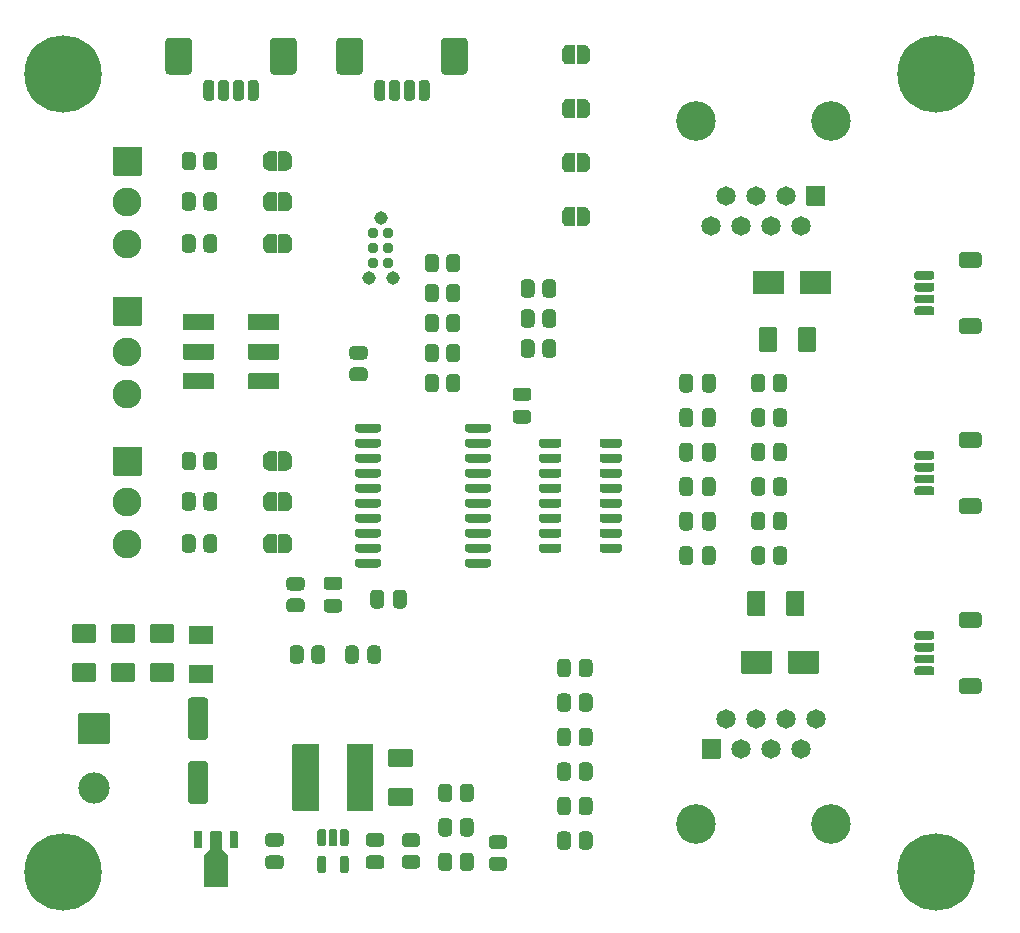
<source format=gts>
G04 #@! TF.GenerationSoftware,KiCad,Pcbnew,6.0.10-86aedd382b~118~ubuntu18.04.1*
G04 #@! TF.CreationDate,2024-08-26T14:02:28-06:00*
G04 #@! TF.ProjectId,mss-cascade-basic,6d73732d-6361-4736-9361-64652d626173,rev?*
G04 #@! TF.SameCoordinates,Original*
G04 #@! TF.FileFunction,Soldermask,Top*
G04 #@! TF.FilePolarity,Negative*
%FSLAX46Y46*%
G04 Gerber Fmt 4.6, Leading zero omitted, Abs format (unit mm)*
G04 Created by KiCad (PCBNEW 6.0.10-86aedd382b~118~ubuntu18.04.1) date 2024-08-26 14:02:28*
%MOMM*%
%LPD*%
G01*
G04 APERTURE LIST*
%ADD10C,6.552400*%
%ADD11C,2.652400*%
%ADD12C,2.452400*%
%ADD13C,3.352400*%
%ADD14C,1.652400*%
%ADD15C,1.143000*%
%ADD16C,0.939800*%
G04 APERTURE END LIST*
G36*
G01*
X66098000Y-184326800D02*
X66998000Y-184326800D01*
G75*
G02*
X67324200Y-184653000I0J-326200D01*
G01*
X67324200Y-185178000D01*
G75*
G02*
X66998000Y-185504200I-326200J0D01*
G01*
X66098000Y-185504200D01*
G75*
G02*
X65771800Y-185178000I0J326200D01*
G01*
X65771800Y-184653000D01*
G75*
G02*
X66098000Y-184326800I326200J0D01*
G01*
G37*
G36*
G01*
X66098000Y-186151800D02*
X66998000Y-186151800D01*
G75*
G02*
X67324200Y-186478000I0J-326200D01*
G01*
X67324200Y-187003000D01*
G75*
G02*
X66998000Y-187329200I-326200J0D01*
G01*
X66098000Y-187329200D01*
G75*
G02*
X65771800Y-187003000I0J326200D01*
G01*
X65771800Y-186478000D01*
G75*
G02*
X66098000Y-186151800I326200J0D01*
G01*
G37*
G36*
G01*
X93485200Y-141417000D02*
X93485200Y-143317000D01*
G75*
G02*
X93409000Y-143393200I-76200J0D01*
G01*
X92009000Y-143393200D01*
G75*
G02*
X91932800Y-143317000I0J76200D01*
G01*
X91932800Y-141417000D01*
G75*
G02*
X92009000Y-141340800I76200J0D01*
G01*
X93409000Y-141340800D01*
G75*
G02*
X93485200Y-141417000I0J-76200D01*
G01*
G37*
G36*
G01*
X90185200Y-141417000D02*
X90185200Y-143317000D01*
G75*
G02*
X90109000Y-143393200I-76200J0D01*
G01*
X88709000Y-143393200D01*
G75*
G02*
X88632800Y-143317000I0J76200D01*
G01*
X88632800Y-141417000D01*
G75*
G02*
X88709000Y-141340800I76200J0D01*
G01*
X90109000Y-141340800D01*
G75*
G02*
X90185200Y-141417000I0J-76200D01*
G01*
G37*
G36*
G01*
X88006864Y-149421000D02*
X88006864Y-148521000D01*
G75*
G02*
X88333064Y-148194800I326200J0D01*
G01*
X88858064Y-148194800D01*
G75*
G02*
X89184264Y-148521000I0J-326200D01*
G01*
X89184264Y-149421000D01*
G75*
G02*
X88858064Y-149747200I-326200J0D01*
G01*
X88333064Y-149747200D01*
G75*
G02*
X88006864Y-149421000I0J326200D01*
G01*
G37*
G36*
G01*
X89831864Y-149421000D02*
X89831864Y-148521000D01*
G75*
G02*
X90158064Y-148194800I326200J0D01*
G01*
X90683064Y-148194800D01*
G75*
G02*
X91009264Y-148521000I0J-326200D01*
G01*
X91009264Y-149421000D01*
G75*
G02*
X90683064Y-149747200I-326200J0D01*
G01*
X90158064Y-149747200D01*
G75*
G02*
X89831864Y-149421000I0J326200D01*
G01*
G37*
G36*
G01*
X88006864Y-158184000D02*
X88006864Y-157284000D01*
G75*
G02*
X88333064Y-156957800I326200J0D01*
G01*
X88858064Y-156957800D01*
G75*
G02*
X89184264Y-157284000I0J-326200D01*
G01*
X89184264Y-158184000D01*
G75*
G02*
X88858064Y-158510200I-326200J0D01*
G01*
X88333064Y-158510200D01*
G75*
G02*
X88006864Y-158184000I0J326200D01*
G01*
G37*
G36*
G01*
X89831864Y-158184000D02*
X89831864Y-157284000D01*
G75*
G02*
X90158064Y-156957800I326200J0D01*
G01*
X90683064Y-156957800D01*
G75*
G02*
X91009264Y-157284000I0J-326200D01*
G01*
X91009264Y-158184000D01*
G75*
G02*
X90683064Y-158510200I-326200J0D01*
G01*
X90158064Y-158510200D01*
G75*
G02*
X89831864Y-158184000I0J326200D01*
G01*
G37*
G36*
G01*
X60771200Y-120672000D02*
X60771200Y-121872000D01*
G75*
G02*
X60495000Y-122148200I-276200J0D01*
G01*
X60095000Y-122148200D01*
G75*
G02*
X59818800Y-121872000I0J276200D01*
G01*
X59818800Y-120672000D01*
G75*
G02*
X60095000Y-120395800I276200J0D01*
G01*
X60495000Y-120395800D01*
G75*
G02*
X60771200Y-120672000I0J-276200D01*
G01*
G37*
G36*
G01*
X59521200Y-120672000D02*
X59521200Y-121872000D01*
G75*
G02*
X59245000Y-122148200I-276200J0D01*
G01*
X58845000Y-122148200D01*
G75*
G02*
X58568800Y-121872000I0J276200D01*
G01*
X58568800Y-120672000D01*
G75*
G02*
X58845000Y-120395800I276200J0D01*
G01*
X59245000Y-120395800D01*
G75*
G02*
X59521200Y-120672000I0J-276200D01*
G01*
G37*
G36*
G01*
X58271200Y-120672000D02*
X58271200Y-121872000D01*
G75*
G02*
X57995000Y-122148200I-276200J0D01*
G01*
X57595000Y-122148200D01*
G75*
G02*
X57318800Y-121872000I0J276200D01*
G01*
X57318800Y-120672000D01*
G75*
G02*
X57595000Y-120395800I276200J0D01*
G01*
X57995000Y-120395800D01*
G75*
G02*
X58271200Y-120672000I0J-276200D01*
G01*
G37*
G36*
G01*
X57021200Y-120672000D02*
X57021200Y-121872000D01*
G75*
G02*
X56745000Y-122148200I-276200J0D01*
G01*
X56345000Y-122148200D01*
G75*
G02*
X56068800Y-121872000I0J276200D01*
G01*
X56068800Y-120672000D01*
G75*
G02*
X56345000Y-120395800I276200J0D01*
G01*
X56745000Y-120395800D01*
G75*
G02*
X57021200Y-120672000I0J-276200D01*
G01*
G37*
G36*
G01*
X55121200Y-117122001D02*
X55121200Y-119621999D01*
G75*
G02*
X54794999Y-119948200I-326201J0D01*
G01*
X53195001Y-119948200D01*
G75*
G02*
X52868800Y-119621999I0J326201D01*
G01*
X52868800Y-117122001D01*
G75*
G02*
X53195001Y-116795800I326201J0D01*
G01*
X54794999Y-116795800D01*
G75*
G02*
X55121200Y-117122001I0J-326201D01*
G01*
G37*
G36*
G01*
X63971200Y-117122001D02*
X63971200Y-119621999D01*
G75*
G02*
X63644999Y-119948200I-326201J0D01*
G01*
X62045001Y-119948200D01*
G75*
G02*
X61718800Y-119621999I0J326201D01*
G01*
X61718800Y-117122001D01*
G75*
G02*
X62045001Y-116795800I326201J0D01*
G01*
X63644999Y-116795800D01*
G75*
G02*
X63971200Y-117122001I0J-326201D01*
G01*
G37*
G36*
G01*
X39773800Y-127704000D02*
X39773800Y-126804000D01*
G75*
G02*
X40100000Y-126477800I326200J0D01*
G01*
X40625000Y-126477800D01*
G75*
G02*
X40951200Y-126804000I0J-326200D01*
G01*
X40951200Y-127704000D01*
G75*
G02*
X40625000Y-128030200I-326200J0D01*
G01*
X40100000Y-128030200D01*
G75*
G02*
X39773800Y-127704000I0J326200D01*
G01*
G37*
G36*
G01*
X41598800Y-127704000D02*
X41598800Y-126804000D01*
G75*
G02*
X41925000Y-126477800I326200J0D01*
G01*
X42450000Y-126477800D01*
G75*
G02*
X42776200Y-126804000I0J-326200D01*
G01*
X42776200Y-127704000D01*
G75*
G02*
X42450000Y-128030200I-326200J0D01*
G01*
X41925000Y-128030200D01*
G75*
G02*
X41598800Y-127704000I0J326200D01*
G01*
G37*
G36*
G01*
X88006864Y-152342000D02*
X88006864Y-151442000D01*
G75*
G02*
X88333064Y-151115800I326200J0D01*
G01*
X88858064Y-151115800D01*
G75*
G02*
X89184264Y-151442000I0J-326200D01*
G01*
X89184264Y-152342000D01*
G75*
G02*
X88858064Y-152668200I-326200J0D01*
G01*
X88333064Y-152668200D01*
G75*
G02*
X88006864Y-152342000I0J326200D01*
G01*
G37*
G36*
G01*
X89831864Y-152342000D02*
X89831864Y-151442000D01*
G75*
G02*
X90158064Y-151115800I326200J0D01*
G01*
X90683064Y-151115800D01*
G75*
G02*
X91009264Y-151442000I0J-326200D01*
G01*
X91009264Y-152342000D01*
G75*
G02*
X90683064Y-152668200I-326200J0D01*
G01*
X90158064Y-152668200D01*
G75*
G02*
X89831864Y-152342000I0J326200D01*
G01*
G37*
G36*
G01*
X41698000Y-181691200D02*
X40598000Y-181691200D01*
G75*
G02*
X40271800Y-181365000I0J326200D01*
G01*
X40271800Y-178365000D01*
G75*
G02*
X40598000Y-178038800I326200J0D01*
G01*
X41698000Y-178038800D01*
G75*
G02*
X42024200Y-178365000I0J-326200D01*
G01*
X42024200Y-181365000D01*
G75*
G02*
X41698000Y-181691200I-326200J0D01*
G01*
G37*
G36*
G01*
X41698000Y-176291200D02*
X40598000Y-176291200D01*
G75*
G02*
X40271800Y-175965000I0J326200D01*
G01*
X40271800Y-172965000D01*
G75*
G02*
X40598000Y-172638800I326200J0D01*
G01*
X41698000Y-172638800D01*
G75*
G02*
X42024200Y-172965000I0J-326200D01*
G01*
X42024200Y-175965000D01*
G75*
G02*
X41698000Y-176291200I-326200J0D01*
G01*
G37*
G36*
G01*
X103273000Y-155546200D02*
X102023000Y-155546200D01*
G75*
G02*
X101796800Y-155320000I0J226200D01*
G01*
X101796800Y-155020000D01*
G75*
G02*
X102023000Y-154793800I226200J0D01*
G01*
X103273000Y-154793800D01*
G75*
G02*
X103499200Y-155020000I0J-226200D01*
G01*
X103499200Y-155320000D01*
G75*
G02*
X103273000Y-155546200I-226200J0D01*
G01*
G37*
G36*
G01*
X103273000Y-154546200D02*
X102023000Y-154546200D01*
G75*
G02*
X101796800Y-154320000I0J226200D01*
G01*
X101796800Y-154020000D01*
G75*
G02*
X102023000Y-153793800I226200J0D01*
G01*
X103273000Y-153793800D01*
G75*
G02*
X103499200Y-154020000I0J-226200D01*
G01*
X103499200Y-154320000D01*
G75*
G02*
X103273000Y-154546200I-226200J0D01*
G01*
G37*
G36*
G01*
X103273000Y-153546200D02*
X102023000Y-153546200D01*
G75*
G02*
X101796800Y-153320000I0J226200D01*
G01*
X101796800Y-153020000D01*
G75*
G02*
X102023000Y-152793800I226200J0D01*
G01*
X103273000Y-152793800D01*
G75*
G02*
X103499200Y-153020000I0J-226200D01*
G01*
X103499200Y-153320000D01*
G75*
G02*
X103273000Y-153546200I-226200J0D01*
G01*
G37*
G36*
G01*
X103273000Y-152546200D02*
X102023000Y-152546200D01*
G75*
G02*
X101796800Y-152320000I0J226200D01*
G01*
X101796800Y-152020000D01*
G75*
G02*
X102023000Y-151793800I226200J0D01*
G01*
X103273000Y-151793800D01*
G75*
G02*
X103499200Y-152020000I0J-226200D01*
G01*
X103499200Y-152320000D01*
G75*
G02*
X103273000Y-152546200I-226200J0D01*
G01*
G37*
G36*
G01*
X107173000Y-151546200D02*
X105873000Y-151546200D01*
G75*
G02*
X105546800Y-151220000I0J326200D01*
G01*
X105546800Y-150520000D01*
G75*
G02*
X105873000Y-150193800I326200J0D01*
G01*
X107173000Y-150193800D01*
G75*
G02*
X107499200Y-150520000I0J-326200D01*
G01*
X107499200Y-151220000D01*
G75*
G02*
X107173000Y-151546200I-326200J0D01*
G01*
G37*
G36*
G01*
X107173000Y-157146200D02*
X105873000Y-157146200D01*
G75*
G02*
X105546800Y-156820000I0J326200D01*
G01*
X105546800Y-156120000D01*
G75*
G02*
X105873000Y-155793800I326200J0D01*
G01*
X107173000Y-155793800D01*
G75*
G02*
X107499200Y-156120000I0J-326200D01*
G01*
X107499200Y-156820000D01*
G75*
G02*
X107173000Y-157146200I-326200J0D01*
G01*
G37*
D10*
X103632000Y-187452000D03*
G36*
G01*
X63350200Y-143060000D02*
X63350200Y-143960000D01*
G75*
G02*
X63024000Y-144286200I-326200J0D01*
G01*
X62499000Y-144286200D01*
G75*
G02*
X62172800Y-143960000I0J326200D01*
G01*
X62172800Y-143060000D01*
G75*
G02*
X62499000Y-142733800I326200J0D01*
G01*
X63024000Y-142733800D01*
G75*
G02*
X63350200Y-143060000I0J-326200D01*
G01*
G37*
G36*
G01*
X61525200Y-143060000D02*
X61525200Y-143960000D01*
G75*
G02*
X61199000Y-144286200I-326200J0D01*
G01*
X60674000Y-144286200D01*
G75*
G02*
X60347800Y-143960000I0J326200D01*
G01*
X60347800Y-143060000D01*
G75*
G02*
X60674000Y-142733800I326200J0D01*
G01*
X61199000Y-142733800D01*
G75*
G02*
X61525200Y-143060000I0J-326200D01*
G01*
G37*
G36*
G01*
X61490800Y-184119000D02*
X61490800Y-183219000D01*
G75*
G02*
X61817000Y-182892800I326200J0D01*
G01*
X62342000Y-182892800D01*
G75*
G02*
X62668200Y-183219000I0J-326200D01*
G01*
X62668200Y-184119000D01*
G75*
G02*
X62342000Y-184445200I-326200J0D01*
G01*
X61817000Y-184445200D01*
G75*
G02*
X61490800Y-184119000I0J326200D01*
G01*
G37*
G36*
G01*
X63315800Y-184119000D02*
X63315800Y-183219000D01*
G75*
G02*
X63642000Y-182892800I326200J0D01*
G01*
X64167000Y-182892800D01*
G75*
G02*
X64493200Y-183219000I0J-326200D01*
G01*
X64493200Y-184119000D01*
G75*
G02*
X64167000Y-184445200I-326200J0D01*
G01*
X63642000Y-184445200D01*
G75*
G02*
X63315800Y-184119000I0J326200D01*
G01*
G37*
G36*
G01*
X84965200Y-157259000D02*
X84965200Y-158209000D01*
G75*
G02*
X84639000Y-158535200I-326200J0D01*
G01*
X84139000Y-158535200D01*
G75*
G02*
X83812800Y-158209000I0J326200D01*
G01*
X83812800Y-157259000D01*
G75*
G02*
X84139000Y-156932800I326200J0D01*
G01*
X84639000Y-156932800D01*
G75*
G02*
X84965200Y-157259000I0J-326200D01*
G01*
G37*
G36*
G01*
X83065200Y-157259000D02*
X83065200Y-158209000D01*
G75*
G02*
X82739000Y-158535200I-326200J0D01*
G01*
X82239000Y-158535200D01*
G75*
G02*
X81912800Y-158209000I0J326200D01*
G01*
X81912800Y-157259000D01*
G75*
G02*
X82239000Y-156932800I326200J0D01*
G01*
X82739000Y-156932800D01*
G75*
G02*
X83065200Y-157259000I0J-326200D01*
G01*
G37*
G36*
G01*
X74549700Y-184335000D02*
X74549700Y-185235000D01*
G75*
G02*
X74223500Y-185561200I-326200J0D01*
G01*
X73698500Y-185561200D01*
G75*
G02*
X73372300Y-185235000I0J326200D01*
G01*
X73372300Y-184335000D01*
G75*
G02*
X73698500Y-184008800I326200J0D01*
G01*
X74223500Y-184008800D01*
G75*
G02*
X74549700Y-184335000I0J-326200D01*
G01*
G37*
G36*
G01*
X72724700Y-184335000D02*
X72724700Y-185235000D01*
G75*
G02*
X72398500Y-185561200I-326200J0D01*
G01*
X71873500Y-185561200D01*
G75*
G02*
X71547300Y-185235000I0J326200D01*
G01*
X71547300Y-184335000D01*
G75*
G02*
X71873500Y-184008800I326200J0D01*
G01*
X72398500Y-184008800D01*
G75*
G02*
X72724700Y-184335000I0J-326200D01*
G01*
G37*
G36*
X47777980Y-133430627D02*
G01*
X47804042Y-133475768D01*
X47805200Y-133489000D01*
X47805200Y-134989000D01*
X47787373Y-135037980D01*
X47742232Y-135064042D01*
X47729000Y-135065200D01*
X47229000Y-135065200D01*
X47214666Y-135059983D01*
X47147663Y-135058755D01*
X47126336Y-135055301D01*
X46991021Y-135013026D01*
X46971520Y-135003725D01*
X46853510Y-134925170D01*
X46837404Y-134910769D01*
X46746184Y-134802250D01*
X46734767Y-134783908D01*
X46677672Y-134654149D01*
X46671862Y-134633340D01*
X46654940Y-134503932D01*
X46653958Y-134502232D01*
X46652800Y-134489000D01*
X46652800Y-133989000D01*
X46653552Y-133986934D01*
X46653744Y-133971167D01*
X46675555Y-133831090D01*
X46681872Y-133810430D01*
X46742120Y-133682105D01*
X46753982Y-133664047D01*
X46847826Y-133557789D01*
X46864279Y-133543787D01*
X46984174Y-133468139D01*
X47003895Y-133459317D01*
X47140202Y-133420360D01*
X47161608Y-133417427D01*
X47209255Y-133417718D01*
X47215768Y-133413958D01*
X47229000Y-133412800D01*
X47729000Y-133412800D01*
X47777980Y-133430627D01*
G37*
G36*
X48543081Y-133417925D02*
G01*
X48603370Y-133418293D01*
X48624738Y-133421487D01*
X48760559Y-133462106D01*
X48780172Y-133471168D01*
X48899134Y-133548275D01*
X48915415Y-133562478D01*
X49007953Y-133669875D01*
X49019592Y-133688076D01*
X49078269Y-133817128D01*
X49084333Y-133837865D01*
X49104430Y-133978198D01*
X49105200Y-133989000D01*
X49105200Y-134489000D01*
X49105194Y-134489929D01*
X49105045Y-134502145D01*
X49103995Y-134513858D01*
X49080475Y-134653659D01*
X49073906Y-134674242D01*
X49012094Y-134801821D01*
X49000013Y-134819732D01*
X48904878Y-134924836D01*
X48888255Y-134938637D01*
X48767445Y-135012814D01*
X48747617Y-135021394D01*
X48610844Y-135058683D01*
X48589404Y-135061353D01*
X48548198Y-135060598D01*
X48542232Y-135064042D01*
X48529000Y-135065200D01*
X48029000Y-135065200D01*
X47980020Y-135047373D01*
X47953958Y-135002232D01*
X47952800Y-134989000D01*
X47952800Y-133489000D01*
X47970627Y-133440020D01*
X48015768Y-133413958D01*
X48029000Y-133412800D01*
X48529000Y-133412800D01*
X48543081Y-133417925D01*
G37*
G36*
G01*
X51920200Y-168587000D02*
X51920200Y-169487000D01*
G75*
G02*
X51594000Y-169813200I-326200J0D01*
G01*
X51069000Y-169813200D01*
G75*
G02*
X50742800Y-169487000I0J326200D01*
G01*
X50742800Y-168587000D01*
G75*
G02*
X51069000Y-168260800I326200J0D01*
G01*
X51594000Y-168260800D01*
G75*
G02*
X51920200Y-168587000I0J-326200D01*
G01*
G37*
G36*
G01*
X50095200Y-168587000D02*
X50095200Y-169487000D01*
G75*
G02*
X49769000Y-169813200I-326200J0D01*
G01*
X49244000Y-169813200D01*
G75*
G02*
X48917800Y-169487000I0J326200D01*
G01*
X48917800Y-168587000D01*
G75*
G02*
X49244000Y-168260800I326200J0D01*
G01*
X49769000Y-168260800D01*
G75*
G02*
X50095200Y-168587000I0J-326200D01*
G01*
G37*
G36*
G01*
X47150000Y-184147800D02*
X48100000Y-184147800D01*
G75*
G02*
X48426200Y-184474000I0J-326200D01*
G01*
X48426200Y-184974000D01*
G75*
G02*
X48100000Y-185300200I-326200J0D01*
G01*
X47150000Y-185300200D01*
G75*
G02*
X46823800Y-184974000I0J326200D01*
G01*
X46823800Y-184474000D01*
G75*
G02*
X47150000Y-184147800I326200J0D01*
G01*
G37*
G36*
G01*
X47150000Y-186047800D02*
X48100000Y-186047800D01*
G75*
G02*
X48426200Y-186374000I0J-326200D01*
G01*
X48426200Y-186874000D01*
G75*
G02*
X48100000Y-187200200I-326200J0D01*
G01*
X47150000Y-187200200D01*
G75*
G02*
X46823800Y-186874000I0J326200D01*
G01*
X46823800Y-186374000D01*
G75*
G02*
X47150000Y-186047800I326200J0D01*
G01*
G37*
G36*
G01*
X63350200Y-137980000D02*
X63350200Y-138880000D01*
G75*
G02*
X63024000Y-139206200I-326200J0D01*
G01*
X62499000Y-139206200D01*
G75*
G02*
X62172800Y-138880000I0J326200D01*
G01*
X62172800Y-137980000D01*
G75*
G02*
X62499000Y-137653800I326200J0D01*
G01*
X63024000Y-137653800D01*
G75*
G02*
X63350200Y-137980000I0J-326200D01*
G01*
G37*
G36*
G01*
X61525200Y-137980000D02*
X61525200Y-138880000D01*
G75*
G02*
X61199000Y-139206200I-326200J0D01*
G01*
X60674000Y-139206200D01*
G75*
G02*
X60347800Y-138880000I0J326200D01*
G01*
X60347800Y-137980000D01*
G75*
G02*
X60674000Y-137653800I326200J0D01*
G01*
X61199000Y-137653800D01*
G75*
G02*
X61525200Y-137980000I0J-326200D01*
G01*
G37*
G36*
G01*
X87097800Y-170572000D02*
X87097800Y-168772000D01*
G75*
G02*
X87174000Y-168695800I76200J0D01*
G01*
X89674000Y-168695800D01*
G75*
G02*
X89750200Y-168772000I0J-76200D01*
G01*
X89750200Y-170572000D01*
G75*
G02*
X89674000Y-170648200I-76200J0D01*
G01*
X87174000Y-170648200D01*
G75*
G02*
X87097800Y-170572000I0J76200D01*
G01*
G37*
G36*
G01*
X91097800Y-170572000D02*
X91097800Y-168772000D01*
G75*
G02*
X91174000Y-168695800I76200J0D01*
G01*
X93674000Y-168695800D01*
G75*
G02*
X93750200Y-168772000I0J-76200D01*
G01*
X93750200Y-170572000D01*
G75*
G02*
X93674000Y-170648200I-76200J0D01*
G01*
X91174000Y-170648200D01*
G75*
G02*
X91097800Y-170572000I0J76200D01*
G01*
G37*
G36*
X73050980Y-126572627D02*
G01*
X73077042Y-126617768D01*
X73078200Y-126631000D01*
X73078200Y-128131000D01*
X73060373Y-128179980D01*
X73015232Y-128206042D01*
X73002000Y-128207200D01*
X72502000Y-128207200D01*
X72487666Y-128201983D01*
X72420663Y-128200755D01*
X72399336Y-128197301D01*
X72264021Y-128155026D01*
X72244520Y-128145725D01*
X72126510Y-128067170D01*
X72110404Y-128052769D01*
X72019184Y-127944250D01*
X72007767Y-127925908D01*
X71950672Y-127796149D01*
X71944862Y-127775340D01*
X71927940Y-127645932D01*
X71926958Y-127644232D01*
X71925800Y-127631000D01*
X71925800Y-127131000D01*
X71926552Y-127128934D01*
X71926744Y-127113167D01*
X71948555Y-126973090D01*
X71954872Y-126952430D01*
X72015120Y-126824105D01*
X72026982Y-126806047D01*
X72120826Y-126699789D01*
X72137279Y-126685787D01*
X72257174Y-126610139D01*
X72276895Y-126601317D01*
X72413202Y-126562360D01*
X72434608Y-126559427D01*
X72482255Y-126559718D01*
X72488768Y-126555958D01*
X72502000Y-126554800D01*
X73002000Y-126554800D01*
X73050980Y-126572627D01*
G37*
G36*
X73816081Y-126559925D02*
G01*
X73876370Y-126560293D01*
X73897738Y-126563487D01*
X74033559Y-126604106D01*
X74053172Y-126613168D01*
X74172134Y-126690275D01*
X74188415Y-126704478D01*
X74280953Y-126811875D01*
X74292592Y-126830076D01*
X74351269Y-126959128D01*
X74357333Y-126979865D01*
X74377430Y-127120198D01*
X74378200Y-127131000D01*
X74378200Y-127631000D01*
X74378194Y-127631929D01*
X74378045Y-127644145D01*
X74376995Y-127655858D01*
X74353475Y-127795659D01*
X74346906Y-127816242D01*
X74285094Y-127943821D01*
X74273013Y-127961732D01*
X74177878Y-128066836D01*
X74161255Y-128080637D01*
X74040445Y-128154814D01*
X74020617Y-128163394D01*
X73883844Y-128200683D01*
X73862404Y-128203353D01*
X73821198Y-128202598D01*
X73815232Y-128206042D01*
X73802000Y-128207200D01*
X73302000Y-128207200D01*
X73253020Y-128189373D01*
X73226958Y-128144232D01*
X73225800Y-128131000D01*
X73225800Y-126631000D01*
X73243627Y-126582020D01*
X73288768Y-126555958D01*
X73302000Y-126554800D01*
X73802000Y-126554800D01*
X73816081Y-126559925D01*
G37*
G36*
G01*
X71478200Y-142679000D02*
X71478200Y-143579000D01*
G75*
G02*
X71152000Y-143905200I-326200J0D01*
G01*
X70627000Y-143905200D01*
G75*
G02*
X70300800Y-143579000I0J326200D01*
G01*
X70300800Y-142679000D01*
G75*
G02*
X70627000Y-142352800I326200J0D01*
G01*
X71152000Y-142352800D01*
G75*
G02*
X71478200Y-142679000I0J-326200D01*
G01*
G37*
G36*
G01*
X69653200Y-142679000D02*
X69653200Y-143579000D01*
G75*
G02*
X69327000Y-143905200I-326200J0D01*
G01*
X68802000Y-143905200D01*
G75*
G02*
X68475800Y-143579000I0J326200D01*
G01*
X68475800Y-142679000D01*
G75*
G02*
X68802000Y-142352800I326200J0D01*
G01*
X69327000Y-142352800D01*
G75*
G02*
X69653200Y-142679000I0J-326200D01*
G01*
G37*
G36*
G01*
X39773800Y-153104000D02*
X39773800Y-152204000D01*
G75*
G02*
X40100000Y-151877800I326200J0D01*
G01*
X40625000Y-151877800D01*
G75*
G02*
X40951200Y-152204000I0J-326200D01*
G01*
X40951200Y-153104000D01*
G75*
G02*
X40625000Y-153430200I-326200J0D01*
G01*
X40100000Y-153430200D01*
G75*
G02*
X39773800Y-153104000I0J326200D01*
G01*
G37*
G36*
G01*
X41598800Y-153104000D02*
X41598800Y-152204000D01*
G75*
G02*
X41925000Y-151877800I326200J0D01*
G01*
X42450000Y-151877800D01*
G75*
G02*
X42776200Y-152204000I0J-326200D01*
G01*
X42776200Y-153104000D01*
G75*
G02*
X42450000Y-153430200I-326200J0D01*
G01*
X41925000Y-153430200D01*
G75*
G02*
X41598800Y-153104000I0J326200D01*
G01*
G37*
X103632000Y-119888000D03*
G36*
G01*
X48953000Y-162455800D02*
X49853000Y-162455800D01*
G75*
G02*
X50179200Y-162782000I0J-326200D01*
G01*
X50179200Y-163307000D01*
G75*
G02*
X49853000Y-163633200I-326200J0D01*
G01*
X48953000Y-163633200D01*
G75*
G02*
X48626800Y-163307000I0J326200D01*
G01*
X48626800Y-162782000D01*
G75*
G02*
X48953000Y-162455800I326200J0D01*
G01*
G37*
G36*
G01*
X48953000Y-164280800D02*
X49853000Y-164280800D01*
G75*
G02*
X50179200Y-164607000I0J-326200D01*
G01*
X50179200Y-165132000D01*
G75*
G02*
X49853000Y-165458200I-326200J0D01*
G01*
X48953000Y-165458200D01*
G75*
G02*
X48626800Y-165132000I0J326200D01*
G01*
X48626800Y-164607000D01*
G75*
G02*
X48953000Y-164280800I326200J0D01*
G01*
G37*
G36*
X47777980Y-151845627D02*
G01*
X47804042Y-151890768D01*
X47805200Y-151904000D01*
X47805200Y-153404000D01*
X47787373Y-153452980D01*
X47742232Y-153479042D01*
X47729000Y-153480200D01*
X47229000Y-153480200D01*
X47214666Y-153474983D01*
X47147663Y-153473755D01*
X47126336Y-153470301D01*
X46991021Y-153428026D01*
X46971520Y-153418725D01*
X46853510Y-153340170D01*
X46837404Y-153325769D01*
X46746184Y-153217250D01*
X46734767Y-153198908D01*
X46677672Y-153069149D01*
X46671862Y-153048340D01*
X46654940Y-152918932D01*
X46653958Y-152917232D01*
X46652800Y-152904000D01*
X46652800Y-152404000D01*
X46653552Y-152401934D01*
X46653744Y-152386167D01*
X46675555Y-152246090D01*
X46681872Y-152225430D01*
X46742120Y-152097105D01*
X46753982Y-152079047D01*
X46847826Y-151972789D01*
X46864279Y-151958787D01*
X46984174Y-151883139D01*
X47003895Y-151874317D01*
X47140202Y-151835360D01*
X47161608Y-151832427D01*
X47209255Y-151832718D01*
X47215768Y-151828958D01*
X47229000Y-151827800D01*
X47729000Y-151827800D01*
X47777980Y-151845627D01*
G37*
G36*
X48543081Y-151832925D02*
G01*
X48603370Y-151833293D01*
X48624738Y-151836487D01*
X48760559Y-151877106D01*
X48780172Y-151886168D01*
X48899134Y-151963275D01*
X48915415Y-151977478D01*
X49007953Y-152084875D01*
X49019592Y-152103076D01*
X49078269Y-152232128D01*
X49084333Y-152252865D01*
X49104430Y-152393198D01*
X49105200Y-152404000D01*
X49105200Y-152904000D01*
X49105194Y-152904929D01*
X49105045Y-152917145D01*
X49103995Y-152928858D01*
X49080475Y-153068659D01*
X49073906Y-153089242D01*
X49012094Y-153216821D01*
X49000013Y-153234732D01*
X48904878Y-153339836D01*
X48888255Y-153353637D01*
X48767445Y-153427814D01*
X48747617Y-153436394D01*
X48610844Y-153473683D01*
X48589404Y-153476353D01*
X48548198Y-153475598D01*
X48542232Y-153479042D01*
X48529000Y-153480200D01*
X48029000Y-153480200D01*
X47980020Y-153462373D01*
X47953958Y-153417232D01*
X47952800Y-153404000D01*
X47952800Y-151904000D01*
X47970627Y-151855020D01*
X48015768Y-151828958D01*
X48029000Y-151827800D01*
X48529000Y-151827800D01*
X48543081Y-151832925D01*
G37*
G36*
G01*
X39773800Y-156524000D02*
X39773800Y-155624000D01*
G75*
G02*
X40100000Y-155297800I326200J0D01*
G01*
X40625000Y-155297800D01*
G75*
G02*
X40951200Y-155624000I0J-326200D01*
G01*
X40951200Y-156524000D01*
G75*
G02*
X40625000Y-156850200I-326200J0D01*
G01*
X40100000Y-156850200D01*
G75*
G02*
X39773800Y-156524000I0J326200D01*
G01*
G37*
G36*
G01*
X41598800Y-156524000D02*
X41598800Y-155624000D01*
G75*
G02*
X41925000Y-155297800I326200J0D01*
G01*
X42450000Y-155297800D01*
G75*
G02*
X42776200Y-155624000I0J-326200D01*
G01*
X42776200Y-156524000D01*
G75*
G02*
X42450000Y-156850200I-326200J0D01*
G01*
X41925000Y-156850200D01*
G75*
G02*
X41598800Y-156524000I0J326200D01*
G01*
G37*
G36*
G01*
X84965200Y-154338000D02*
X84965200Y-155288000D01*
G75*
G02*
X84639000Y-155614200I-326200J0D01*
G01*
X84139000Y-155614200D01*
G75*
G02*
X83812800Y-155288000I0J326200D01*
G01*
X83812800Y-154338000D01*
G75*
G02*
X84139000Y-154011800I326200J0D01*
G01*
X84639000Y-154011800D01*
G75*
G02*
X84965200Y-154338000I0J-326200D01*
G01*
G37*
G36*
G01*
X83065200Y-154338000D02*
X83065200Y-155288000D01*
G75*
G02*
X82739000Y-155614200I-326200J0D01*
G01*
X82239000Y-155614200D01*
G75*
G02*
X81912800Y-155288000I0J326200D01*
G01*
X81912800Y-154338000D01*
G75*
G02*
X82239000Y-154011800I326200J0D01*
G01*
X82739000Y-154011800D01*
G75*
G02*
X83065200Y-154338000I0J-326200D01*
G01*
G37*
G36*
G01*
X54287000Y-142897800D02*
X55187000Y-142897800D01*
G75*
G02*
X55513200Y-143224000I0J-326200D01*
G01*
X55513200Y-143749000D01*
G75*
G02*
X55187000Y-144075200I-326200J0D01*
G01*
X54287000Y-144075200D01*
G75*
G02*
X53960800Y-143749000I0J326200D01*
G01*
X53960800Y-143224000D01*
G75*
G02*
X54287000Y-142897800I326200J0D01*
G01*
G37*
G36*
G01*
X54287000Y-144722800D02*
X55187000Y-144722800D01*
G75*
G02*
X55513200Y-145049000I0J-326200D01*
G01*
X55513200Y-145574000D01*
G75*
G02*
X55187000Y-145900200I-326200J0D01*
G01*
X54287000Y-145900200D01*
G75*
G02*
X53960800Y-145574000I0J326200D01*
G01*
X53960800Y-145049000D01*
G75*
G02*
X54287000Y-144722800I326200J0D01*
G01*
G37*
G36*
G01*
X31089000Y-173973800D02*
X33589000Y-173973800D01*
G75*
G02*
X33665200Y-174050000I0J-76200D01*
G01*
X33665200Y-176550000D01*
G75*
G02*
X33589000Y-176626200I-76200J0D01*
G01*
X31089000Y-176626200D01*
G75*
G02*
X31012800Y-176550000I0J76200D01*
G01*
X31012800Y-174050000D01*
G75*
G02*
X31089000Y-173973800I76200J0D01*
G01*
G37*
D11*
X32339000Y-180300000D03*
G36*
G01*
X46293200Y-120672000D02*
X46293200Y-121872000D01*
G75*
G02*
X46017000Y-122148200I-276200J0D01*
G01*
X45617000Y-122148200D01*
G75*
G02*
X45340800Y-121872000I0J276200D01*
G01*
X45340800Y-120672000D01*
G75*
G02*
X45617000Y-120395800I276200J0D01*
G01*
X46017000Y-120395800D01*
G75*
G02*
X46293200Y-120672000I0J-276200D01*
G01*
G37*
G36*
G01*
X45043200Y-120672000D02*
X45043200Y-121872000D01*
G75*
G02*
X44767000Y-122148200I-276200J0D01*
G01*
X44367000Y-122148200D01*
G75*
G02*
X44090800Y-121872000I0J276200D01*
G01*
X44090800Y-120672000D01*
G75*
G02*
X44367000Y-120395800I276200J0D01*
G01*
X44767000Y-120395800D01*
G75*
G02*
X45043200Y-120672000I0J-276200D01*
G01*
G37*
G36*
G01*
X43793200Y-120672000D02*
X43793200Y-121872000D01*
G75*
G02*
X43517000Y-122148200I-276200J0D01*
G01*
X43117000Y-122148200D01*
G75*
G02*
X42840800Y-121872000I0J276200D01*
G01*
X42840800Y-120672000D01*
G75*
G02*
X43117000Y-120395800I276200J0D01*
G01*
X43517000Y-120395800D01*
G75*
G02*
X43793200Y-120672000I0J-276200D01*
G01*
G37*
G36*
G01*
X42543200Y-120672000D02*
X42543200Y-121872000D01*
G75*
G02*
X42267000Y-122148200I-276200J0D01*
G01*
X41867000Y-122148200D01*
G75*
G02*
X41590800Y-121872000I0J276200D01*
G01*
X41590800Y-120672000D01*
G75*
G02*
X41867000Y-120395800I276200J0D01*
G01*
X42267000Y-120395800D01*
G75*
G02*
X42543200Y-120672000I0J-276200D01*
G01*
G37*
G36*
G01*
X49493200Y-117122001D02*
X49493200Y-119621999D01*
G75*
G02*
X49166999Y-119948200I-326201J0D01*
G01*
X47567001Y-119948200D01*
G75*
G02*
X47240800Y-119621999I0J326201D01*
G01*
X47240800Y-117122001D01*
G75*
G02*
X47567001Y-116795800I326201J0D01*
G01*
X49166999Y-116795800D01*
G75*
G02*
X49493200Y-117122001I0J-326201D01*
G01*
G37*
G36*
G01*
X40643200Y-117122001D02*
X40643200Y-119621999D01*
G75*
G02*
X40316999Y-119948200I-326201J0D01*
G01*
X38717001Y-119948200D01*
G75*
G02*
X38390800Y-119621999I0J326201D01*
G01*
X38390800Y-117122001D01*
G75*
G02*
X38717001Y-116795800I326201J0D01*
G01*
X40316999Y-116795800D01*
G75*
G02*
X40643200Y-117122001I0J-326201D01*
G01*
G37*
G36*
G01*
X84965200Y-151417000D02*
X84965200Y-152367000D01*
G75*
G02*
X84639000Y-152693200I-326200J0D01*
G01*
X84139000Y-152693200D01*
G75*
G02*
X83812800Y-152367000I0J326200D01*
G01*
X83812800Y-151417000D01*
G75*
G02*
X84139000Y-151090800I326200J0D01*
G01*
X84639000Y-151090800D01*
G75*
G02*
X84965200Y-151417000I0J-326200D01*
G01*
G37*
G36*
G01*
X83065200Y-151417000D02*
X83065200Y-152367000D01*
G75*
G02*
X82739000Y-152693200I-326200J0D01*
G01*
X82239000Y-152693200D01*
G75*
G02*
X81912800Y-152367000I0J326200D01*
G01*
X81912800Y-151417000D01*
G75*
G02*
X82239000Y-151090800I326200J0D01*
G01*
X82739000Y-151090800D01*
G75*
G02*
X83065200Y-151417000I0J-326200D01*
G01*
G37*
G36*
G01*
X30546000Y-166483800D02*
X32446000Y-166483800D01*
G75*
G02*
X32522200Y-166560000I0J-76200D01*
G01*
X32522200Y-167960000D01*
G75*
G02*
X32446000Y-168036200I-76200J0D01*
G01*
X30546000Y-168036200D01*
G75*
G02*
X30469800Y-167960000I0J76200D01*
G01*
X30469800Y-166560000D01*
G75*
G02*
X30546000Y-166483800I76200J0D01*
G01*
G37*
G36*
G01*
X30546000Y-169783800D02*
X32446000Y-169783800D01*
G75*
G02*
X32522200Y-169860000I0J-76200D01*
G01*
X32522200Y-171260000D01*
G75*
G02*
X32446000Y-171336200I-76200J0D01*
G01*
X30546000Y-171336200D01*
G75*
G02*
X30469800Y-171260000I0J76200D01*
G01*
X30469800Y-169860000D01*
G75*
G02*
X30546000Y-169783800I76200J0D01*
G01*
G37*
G36*
X47777980Y-158830627D02*
G01*
X47804042Y-158875768D01*
X47805200Y-158889000D01*
X47805200Y-160389000D01*
X47787373Y-160437980D01*
X47742232Y-160464042D01*
X47729000Y-160465200D01*
X47229000Y-160465200D01*
X47214666Y-160459983D01*
X47147663Y-160458755D01*
X47126336Y-160455301D01*
X46991021Y-160413026D01*
X46971520Y-160403725D01*
X46853510Y-160325170D01*
X46837404Y-160310769D01*
X46746184Y-160202250D01*
X46734767Y-160183908D01*
X46677672Y-160054149D01*
X46671862Y-160033340D01*
X46654940Y-159903932D01*
X46653958Y-159902232D01*
X46652800Y-159889000D01*
X46652800Y-159389000D01*
X46653552Y-159386934D01*
X46653744Y-159371167D01*
X46675555Y-159231090D01*
X46681872Y-159210430D01*
X46742120Y-159082105D01*
X46753982Y-159064047D01*
X46847826Y-158957789D01*
X46864279Y-158943787D01*
X46984174Y-158868139D01*
X47003895Y-158859317D01*
X47140202Y-158820360D01*
X47161608Y-158817427D01*
X47209255Y-158817718D01*
X47215768Y-158813958D01*
X47229000Y-158812800D01*
X47729000Y-158812800D01*
X47777980Y-158830627D01*
G37*
G36*
X48543081Y-158817925D02*
G01*
X48603370Y-158818293D01*
X48624738Y-158821487D01*
X48760559Y-158862106D01*
X48780172Y-158871168D01*
X48899134Y-158948275D01*
X48915415Y-158962478D01*
X49007953Y-159069875D01*
X49019592Y-159088076D01*
X49078269Y-159217128D01*
X49084333Y-159237865D01*
X49104430Y-159378198D01*
X49105200Y-159389000D01*
X49105200Y-159889000D01*
X49105194Y-159889929D01*
X49105045Y-159902145D01*
X49103995Y-159913858D01*
X49080475Y-160053659D01*
X49073906Y-160074242D01*
X49012094Y-160201821D01*
X49000013Y-160219732D01*
X48904878Y-160324836D01*
X48888255Y-160338637D01*
X48767445Y-160412814D01*
X48747617Y-160421394D01*
X48610844Y-160458683D01*
X48589404Y-160461353D01*
X48548198Y-160460598D01*
X48542232Y-160464042D01*
X48529000Y-160465200D01*
X48029000Y-160465200D01*
X47980020Y-160447373D01*
X47953958Y-160402232D01*
X47952800Y-160389000D01*
X47952800Y-158889000D01*
X47970627Y-158840020D01*
X48015768Y-158813958D01*
X48029000Y-158812800D01*
X48529000Y-158812800D01*
X48543081Y-158817925D01*
G37*
G36*
G01*
X70006800Y-151280000D02*
X70006800Y-150980000D01*
G75*
G02*
X70233000Y-150753800I226200J0D01*
G01*
X71683000Y-150753800D01*
G75*
G02*
X71909200Y-150980000I0J-226200D01*
G01*
X71909200Y-151280000D01*
G75*
G02*
X71683000Y-151506200I-226200J0D01*
G01*
X70233000Y-151506200D01*
G75*
G02*
X70006800Y-151280000I0J226200D01*
G01*
G37*
G36*
G01*
X70006800Y-152550000D02*
X70006800Y-152250000D01*
G75*
G02*
X70233000Y-152023800I226200J0D01*
G01*
X71683000Y-152023800D01*
G75*
G02*
X71909200Y-152250000I0J-226200D01*
G01*
X71909200Y-152550000D01*
G75*
G02*
X71683000Y-152776200I-226200J0D01*
G01*
X70233000Y-152776200D01*
G75*
G02*
X70006800Y-152550000I0J226200D01*
G01*
G37*
G36*
G01*
X70006800Y-153820000D02*
X70006800Y-153520000D01*
G75*
G02*
X70233000Y-153293800I226200J0D01*
G01*
X71683000Y-153293800D01*
G75*
G02*
X71909200Y-153520000I0J-226200D01*
G01*
X71909200Y-153820000D01*
G75*
G02*
X71683000Y-154046200I-226200J0D01*
G01*
X70233000Y-154046200D01*
G75*
G02*
X70006800Y-153820000I0J226200D01*
G01*
G37*
G36*
G01*
X70006800Y-155090000D02*
X70006800Y-154790000D01*
G75*
G02*
X70233000Y-154563800I226200J0D01*
G01*
X71683000Y-154563800D01*
G75*
G02*
X71909200Y-154790000I0J-226200D01*
G01*
X71909200Y-155090000D01*
G75*
G02*
X71683000Y-155316200I-226200J0D01*
G01*
X70233000Y-155316200D01*
G75*
G02*
X70006800Y-155090000I0J226200D01*
G01*
G37*
G36*
G01*
X70006800Y-156360000D02*
X70006800Y-156060000D01*
G75*
G02*
X70233000Y-155833800I226200J0D01*
G01*
X71683000Y-155833800D01*
G75*
G02*
X71909200Y-156060000I0J-226200D01*
G01*
X71909200Y-156360000D01*
G75*
G02*
X71683000Y-156586200I-226200J0D01*
G01*
X70233000Y-156586200D01*
G75*
G02*
X70006800Y-156360000I0J226200D01*
G01*
G37*
G36*
G01*
X70006800Y-157630000D02*
X70006800Y-157330000D01*
G75*
G02*
X70233000Y-157103800I226200J0D01*
G01*
X71683000Y-157103800D01*
G75*
G02*
X71909200Y-157330000I0J-226200D01*
G01*
X71909200Y-157630000D01*
G75*
G02*
X71683000Y-157856200I-226200J0D01*
G01*
X70233000Y-157856200D01*
G75*
G02*
X70006800Y-157630000I0J226200D01*
G01*
G37*
G36*
G01*
X70006800Y-158900000D02*
X70006800Y-158600000D01*
G75*
G02*
X70233000Y-158373800I226200J0D01*
G01*
X71683000Y-158373800D01*
G75*
G02*
X71909200Y-158600000I0J-226200D01*
G01*
X71909200Y-158900000D01*
G75*
G02*
X71683000Y-159126200I-226200J0D01*
G01*
X70233000Y-159126200D01*
G75*
G02*
X70006800Y-158900000I0J226200D01*
G01*
G37*
G36*
G01*
X70006800Y-160170000D02*
X70006800Y-159870000D01*
G75*
G02*
X70233000Y-159643800I226200J0D01*
G01*
X71683000Y-159643800D01*
G75*
G02*
X71909200Y-159870000I0J-226200D01*
G01*
X71909200Y-160170000D01*
G75*
G02*
X71683000Y-160396200I-226200J0D01*
G01*
X70233000Y-160396200D01*
G75*
G02*
X70006800Y-160170000I0J226200D01*
G01*
G37*
G36*
G01*
X75156800Y-160170000D02*
X75156800Y-159870000D01*
G75*
G02*
X75383000Y-159643800I226200J0D01*
G01*
X76833000Y-159643800D01*
G75*
G02*
X77059200Y-159870000I0J-226200D01*
G01*
X77059200Y-160170000D01*
G75*
G02*
X76833000Y-160396200I-226200J0D01*
G01*
X75383000Y-160396200D01*
G75*
G02*
X75156800Y-160170000I0J226200D01*
G01*
G37*
G36*
G01*
X75156800Y-158900000D02*
X75156800Y-158600000D01*
G75*
G02*
X75383000Y-158373800I226200J0D01*
G01*
X76833000Y-158373800D01*
G75*
G02*
X77059200Y-158600000I0J-226200D01*
G01*
X77059200Y-158900000D01*
G75*
G02*
X76833000Y-159126200I-226200J0D01*
G01*
X75383000Y-159126200D01*
G75*
G02*
X75156800Y-158900000I0J226200D01*
G01*
G37*
G36*
G01*
X75156800Y-157630000D02*
X75156800Y-157330000D01*
G75*
G02*
X75383000Y-157103800I226200J0D01*
G01*
X76833000Y-157103800D01*
G75*
G02*
X77059200Y-157330000I0J-226200D01*
G01*
X77059200Y-157630000D01*
G75*
G02*
X76833000Y-157856200I-226200J0D01*
G01*
X75383000Y-157856200D01*
G75*
G02*
X75156800Y-157630000I0J226200D01*
G01*
G37*
G36*
G01*
X75156800Y-156360000D02*
X75156800Y-156060000D01*
G75*
G02*
X75383000Y-155833800I226200J0D01*
G01*
X76833000Y-155833800D01*
G75*
G02*
X77059200Y-156060000I0J-226200D01*
G01*
X77059200Y-156360000D01*
G75*
G02*
X76833000Y-156586200I-226200J0D01*
G01*
X75383000Y-156586200D01*
G75*
G02*
X75156800Y-156360000I0J226200D01*
G01*
G37*
G36*
G01*
X75156800Y-155090000D02*
X75156800Y-154790000D01*
G75*
G02*
X75383000Y-154563800I226200J0D01*
G01*
X76833000Y-154563800D01*
G75*
G02*
X77059200Y-154790000I0J-226200D01*
G01*
X77059200Y-155090000D01*
G75*
G02*
X76833000Y-155316200I-226200J0D01*
G01*
X75383000Y-155316200D01*
G75*
G02*
X75156800Y-155090000I0J226200D01*
G01*
G37*
G36*
G01*
X75156800Y-153820000D02*
X75156800Y-153520000D01*
G75*
G02*
X75383000Y-153293800I226200J0D01*
G01*
X76833000Y-153293800D01*
G75*
G02*
X77059200Y-153520000I0J-226200D01*
G01*
X77059200Y-153820000D01*
G75*
G02*
X76833000Y-154046200I-226200J0D01*
G01*
X75383000Y-154046200D01*
G75*
G02*
X75156800Y-153820000I0J226200D01*
G01*
G37*
G36*
G01*
X75156800Y-152550000D02*
X75156800Y-152250000D01*
G75*
G02*
X75383000Y-152023800I226200J0D01*
G01*
X76833000Y-152023800D01*
G75*
G02*
X77059200Y-152250000I0J-226200D01*
G01*
X77059200Y-152550000D01*
G75*
G02*
X76833000Y-152776200I-226200J0D01*
G01*
X75383000Y-152776200D01*
G75*
G02*
X75156800Y-152550000I0J226200D01*
G01*
G37*
G36*
G01*
X75156800Y-151280000D02*
X75156800Y-150980000D01*
G75*
G02*
X75383000Y-150753800I226200J0D01*
G01*
X76833000Y-150753800D01*
G75*
G02*
X77059200Y-150980000I0J-226200D01*
G01*
X77059200Y-151280000D01*
G75*
G02*
X76833000Y-151506200I-226200J0D01*
G01*
X75383000Y-151506200D01*
G75*
G02*
X75156800Y-151280000I0J226200D01*
G01*
G37*
G36*
G01*
X64493200Y-180298000D02*
X64493200Y-181198000D01*
G75*
G02*
X64167000Y-181524200I-326200J0D01*
G01*
X63642000Y-181524200D01*
G75*
G02*
X63315800Y-181198000I0J326200D01*
G01*
X63315800Y-180298000D01*
G75*
G02*
X63642000Y-179971800I326200J0D01*
G01*
X64167000Y-179971800D01*
G75*
G02*
X64493200Y-180298000I0J-326200D01*
G01*
G37*
G36*
G01*
X62668200Y-180298000D02*
X62668200Y-181198000D01*
G75*
G02*
X62342000Y-181524200I-326200J0D01*
G01*
X61817000Y-181524200D01*
G75*
G02*
X61490800Y-181198000I0J326200D01*
G01*
X61490800Y-180298000D01*
G75*
G02*
X61817000Y-179971800I326200J0D01*
G01*
X62342000Y-179971800D01*
G75*
G02*
X62668200Y-180298000I0J-326200D01*
G01*
G37*
G36*
G01*
X58803200Y-163863000D02*
X58803200Y-164813000D01*
G75*
G02*
X58477000Y-165139200I-326200J0D01*
G01*
X57977000Y-165139200D01*
G75*
G02*
X57650800Y-164813000I0J326200D01*
G01*
X57650800Y-163863000D01*
G75*
G02*
X57977000Y-163536800I326200J0D01*
G01*
X58477000Y-163536800D01*
G75*
G02*
X58803200Y-163863000I0J-326200D01*
G01*
G37*
G36*
G01*
X56903200Y-163863000D02*
X56903200Y-164813000D01*
G75*
G02*
X56577000Y-165139200I-326200J0D01*
G01*
X56077000Y-165139200D01*
G75*
G02*
X55750800Y-164813000I0J326200D01*
G01*
X55750800Y-163863000D01*
G75*
G02*
X56077000Y-163536800I326200J0D01*
G01*
X56577000Y-163536800D01*
G75*
G02*
X56903200Y-163863000I0J-326200D01*
G01*
G37*
G36*
G01*
X63350200Y-145600000D02*
X63350200Y-146500000D01*
G75*
G02*
X63024000Y-146826200I-326200J0D01*
G01*
X62499000Y-146826200D01*
G75*
G02*
X62172800Y-146500000I0J326200D01*
G01*
X62172800Y-145600000D01*
G75*
G02*
X62499000Y-145273800I326200J0D01*
G01*
X63024000Y-145273800D01*
G75*
G02*
X63350200Y-145600000I0J-326200D01*
G01*
G37*
G36*
G01*
X61525200Y-145600000D02*
X61525200Y-146500000D01*
G75*
G02*
X61199000Y-146826200I-326200J0D01*
G01*
X60674000Y-146826200D01*
G75*
G02*
X60347800Y-146500000I0J326200D01*
G01*
X60347800Y-145600000D01*
G75*
G02*
X60674000Y-145273800I326200J0D01*
G01*
X61199000Y-145273800D01*
G75*
G02*
X61525200Y-145600000I0J-326200D01*
G01*
G37*
G36*
G01*
X88006864Y-161105000D02*
X88006864Y-160205000D01*
G75*
G02*
X88333064Y-159878800I326200J0D01*
G01*
X88858064Y-159878800D01*
G75*
G02*
X89184264Y-160205000I0J-326200D01*
G01*
X89184264Y-161105000D01*
G75*
G02*
X88858064Y-161431200I-326200J0D01*
G01*
X88333064Y-161431200D01*
G75*
G02*
X88006864Y-161105000I0J326200D01*
G01*
G37*
G36*
G01*
X89831864Y-161105000D02*
X89831864Y-160205000D01*
G75*
G02*
X90158064Y-159878800I326200J0D01*
G01*
X90683064Y-159878800D01*
G75*
G02*
X91009264Y-160205000I0J-326200D01*
G01*
X91009264Y-161105000D01*
G75*
G02*
X90683064Y-161431200I-326200J0D01*
G01*
X90158064Y-161431200D01*
G75*
G02*
X89831864Y-161105000I0J326200D01*
G01*
G37*
G36*
X73050980Y-122000627D02*
G01*
X73077042Y-122045768D01*
X73078200Y-122059000D01*
X73078200Y-123559000D01*
X73060373Y-123607980D01*
X73015232Y-123634042D01*
X73002000Y-123635200D01*
X72502000Y-123635200D01*
X72487666Y-123629983D01*
X72420663Y-123628755D01*
X72399336Y-123625301D01*
X72264021Y-123583026D01*
X72244520Y-123573725D01*
X72126510Y-123495170D01*
X72110404Y-123480769D01*
X72019184Y-123372250D01*
X72007767Y-123353908D01*
X71950672Y-123224149D01*
X71944862Y-123203340D01*
X71927940Y-123073932D01*
X71926958Y-123072232D01*
X71925800Y-123059000D01*
X71925800Y-122559000D01*
X71926552Y-122556934D01*
X71926744Y-122541167D01*
X71948555Y-122401090D01*
X71954872Y-122380430D01*
X72015120Y-122252105D01*
X72026982Y-122234047D01*
X72120826Y-122127789D01*
X72137279Y-122113787D01*
X72257174Y-122038139D01*
X72276895Y-122029317D01*
X72413202Y-121990360D01*
X72434608Y-121987427D01*
X72482255Y-121987718D01*
X72488768Y-121983958D01*
X72502000Y-121982800D01*
X73002000Y-121982800D01*
X73050980Y-122000627D01*
G37*
G36*
X73816081Y-121987925D02*
G01*
X73876370Y-121988293D01*
X73897738Y-121991487D01*
X74033559Y-122032106D01*
X74053172Y-122041168D01*
X74172134Y-122118275D01*
X74188415Y-122132478D01*
X74280953Y-122239875D01*
X74292592Y-122258076D01*
X74351269Y-122387128D01*
X74357333Y-122407865D01*
X74377430Y-122548198D01*
X74378200Y-122559000D01*
X74378200Y-123059000D01*
X74378194Y-123059929D01*
X74378045Y-123072145D01*
X74376995Y-123083858D01*
X74353475Y-123223659D01*
X74346906Y-123244242D01*
X74285094Y-123371821D01*
X74273013Y-123389732D01*
X74177878Y-123494836D01*
X74161255Y-123508637D01*
X74040445Y-123582814D01*
X74020617Y-123591394D01*
X73883844Y-123628683D01*
X73862404Y-123631353D01*
X73821198Y-123630598D01*
X73815232Y-123634042D01*
X73802000Y-123635200D01*
X73302000Y-123635200D01*
X73253020Y-123617373D01*
X73226958Y-123572232D01*
X73225800Y-123559000D01*
X73225800Y-122059000D01*
X73243627Y-122010020D01*
X73288768Y-121983958D01*
X73302000Y-121982800D01*
X73802000Y-121982800D01*
X73816081Y-121987925D01*
G37*
G36*
G01*
X34029000Y-126027800D02*
X36329000Y-126027800D01*
G75*
G02*
X36405200Y-126104000I0J-76200D01*
G01*
X36405200Y-128404000D01*
G75*
G02*
X36329000Y-128480200I-76200J0D01*
G01*
X34029000Y-128480200D01*
G75*
G02*
X33952800Y-128404000I0J76200D01*
G01*
X33952800Y-126104000D01*
G75*
G02*
X34029000Y-126027800I76200J0D01*
G01*
G37*
D12*
X35179000Y-130754000D03*
X35179000Y-134254000D03*
G36*
G01*
X74549700Y-181414000D02*
X74549700Y-182314000D01*
G75*
G02*
X74223500Y-182640200I-326200J0D01*
G01*
X73698500Y-182640200D01*
G75*
G02*
X73372300Y-182314000I0J326200D01*
G01*
X73372300Y-181414000D01*
G75*
G02*
X73698500Y-181087800I326200J0D01*
G01*
X74223500Y-181087800D01*
G75*
G02*
X74549700Y-181414000I0J-326200D01*
G01*
G37*
G36*
G01*
X72724700Y-181414000D02*
X72724700Y-182314000D01*
G75*
G02*
X72398500Y-182640200I-326200J0D01*
G01*
X71873500Y-182640200D01*
G75*
G02*
X71547300Y-182314000I0J326200D01*
G01*
X71547300Y-181414000D01*
G75*
G02*
X71873500Y-181087800I326200J0D01*
G01*
X72398500Y-181087800D01*
G75*
G02*
X72724700Y-181414000I0J-326200D01*
G01*
G37*
G36*
G01*
X34029000Y-151427800D02*
X36329000Y-151427800D01*
G75*
G02*
X36405200Y-151504000I0J-76200D01*
G01*
X36405200Y-153804000D01*
G75*
G02*
X36329000Y-153880200I-76200J0D01*
G01*
X34029000Y-153880200D01*
G75*
G02*
X33952800Y-153804000I0J76200D01*
G01*
X33952800Y-151504000D01*
G75*
G02*
X34029000Y-151427800I76200J0D01*
G01*
G37*
X35179000Y-156154000D03*
X35179000Y-159654000D03*
G36*
G01*
X63350200Y-140520000D02*
X63350200Y-141420000D01*
G75*
G02*
X63024000Y-141746200I-326200J0D01*
G01*
X62499000Y-141746200D01*
G75*
G02*
X62172800Y-141420000I0J326200D01*
G01*
X62172800Y-140520000D01*
G75*
G02*
X62499000Y-140193800I326200J0D01*
G01*
X63024000Y-140193800D01*
G75*
G02*
X63350200Y-140520000I0J-326200D01*
G01*
G37*
G36*
G01*
X61525200Y-140520000D02*
X61525200Y-141420000D01*
G75*
G02*
X61199000Y-141746200I-326200J0D01*
G01*
X60674000Y-141746200D01*
G75*
G02*
X60347800Y-141420000I0J326200D01*
G01*
X60347800Y-140520000D01*
G75*
G02*
X60674000Y-140193800I326200J0D01*
G01*
X61199000Y-140193800D01*
G75*
G02*
X61525200Y-140520000I0J-326200D01*
G01*
G37*
G36*
X73050980Y-117428627D02*
G01*
X73077042Y-117473768D01*
X73078200Y-117487000D01*
X73078200Y-118987000D01*
X73060373Y-119035980D01*
X73015232Y-119062042D01*
X73002000Y-119063200D01*
X72502000Y-119063200D01*
X72487666Y-119057983D01*
X72420663Y-119056755D01*
X72399336Y-119053301D01*
X72264021Y-119011026D01*
X72244520Y-119001725D01*
X72126510Y-118923170D01*
X72110404Y-118908769D01*
X72019184Y-118800250D01*
X72007767Y-118781908D01*
X71950672Y-118652149D01*
X71944862Y-118631340D01*
X71927940Y-118501932D01*
X71926958Y-118500232D01*
X71925800Y-118487000D01*
X71925800Y-117987000D01*
X71926552Y-117984934D01*
X71926744Y-117969167D01*
X71948555Y-117829090D01*
X71954872Y-117808430D01*
X72015120Y-117680105D01*
X72026982Y-117662047D01*
X72120826Y-117555789D01*
X72137279Y-117541787D01*
X72257174Y-117466139D01*
X72276895Y-117457317D01*
X72413202Y-117418360D01*
X72434608Y-117415427D01*
X72482255Y-117415718D01*
X72488768Y-117411958D01*
X72502000Y-117410800D01*
X73002000Y-117410800D01*
X73050980Y-117428627D01*
G37*
G36*
X73816081Y-117415925D02*
G01*
X73876370Y-117416293D01*
X73897738Y-117419487D01*
X74033559Y-117460106D01*
X74053172Y-117469168D01*
X74172134Y-117546275D01*
X74188415Y-117560478D01*
X74280953Y-117667875D01*
X74292592Y-117686076D01*
X74351269Y-117815128D01*
X74357333Y-117835865D01*
X74377430Y-117976198D01*
X74378200Y-117987000D01*
X74378200Y-118487000D01*
X74378194Y-118487929D01*
X74378045Y-118500145D01*
X74376995Y-118511858D01*
X74353475Y-118651659D01*
X74346906Y-118672242D01*
X74285094Y-118799821D01*
X74273013Y-118817732D01*
X74177878Y-118922836D01*
X74161255Y-118936637D01*
X74040445Y-119010814D01*
X74020617Y-119019394D01*
X73883844Y-119056683D01*
X73862404Y-119059353D01*
X73821198Y-119058598D01*
X73815232Y-119062042D01*
X73802000Y-119063200D01*
X73302000Y-119063200D01*
X73253020Y-119045373D01*
X73226958Y-119000232D01*
X73225800Y-118987000D01*
X73225800Y-117487000D01*
X73243627Y-117438020D01*
X73288768Y-117411958D01*
X73302000Y-117410800D01*
X73802000Y-117410800D01*
X73816081Y-117415925D01*
G37*
G36*
G01*
X71478200Y-140139000D02*
X71478200Y-141039000D01*
G75*
G02*
X71152000Y-141365200I-326200J0D01*
G01*
X70627000Y-141365200D01*
G75*
G02*
X70300800Y-141039000I0J326200D01*
G01*
X70300800Y-140139000D01*
G75*
G02*
X70627000Y-139812800I326200J0D01*
G01*
X71152000Y-139812800D01*
G75*
G02*
X71478200Y-140139000I0J-326200D01*
G01*
G37*
G36*
G01*
X69653200Y-140139000D02*
X69653200Y-141039000D01*
G75*
G02*
X69327000Y-141365200I-326200J0D01*
G01*
X68802000Y-141365200D01*
G75*
G02*
X68475800Y-141039000I0J326200D01*
G01*
X68475800Y-140139000D01*
G75*
G02*
X68802000Y-139812800I326200J0D01*
G01*
X69327000Y-139812800D01*
G75*
G02*
X69653200Y-140139000I0J-326200D01*
G01*
G37*
G36*
G01*
X103273000Y-140306200D02*
X102023000Y-140306200D01*
G75*
G02*
X101796800Y-140080000I0J226200D01*
G01*
X101796800Y-139780000D01*
G75*
G02*
X102023000Y-139553800I226200J0D01*
G01*
X103273000Y-139553800D01*
G75*
G02*
X103499200Y-139780000I0J-226200D01*
G01*
X103499200Y-140080000D01*
G75*
G02*
X103273000Y-140306200I-226200J0D01*
G01*
G37*
G36*
G01*
X103273000Y-139306200D02*
X102023000Y-139306200D01*
G75*
G02*
X101796800Y-139080000I0J226200D01*
G01*
X101796800Y-138780000D01*
G75*
G02*
X102023000Y-138553800I226200J0D01*
G01*
X103273000Y-138553800D01*
G75*
G02*
X103499200Y-138780000I0J-226200D01*
G01*
X103499200Y-139080000D01*
G75*
G02*
X103273000Y-139306200I-226200J0D01*
G01*
G37*
G36*
G01*
X103273000Y-138306200D02*
X102023000Y-138306200D01*
G75*
G02*
X101796800Y-138080000I0J226200D01*
G01*
X101796800Y-137780000D01*
G75*
G02*
X102023000Y-137553800I226200J0D01*
G01*
X103273000Y-137553800D01*
G75*
G02*
X103499200Y-137780000I0J-226200D01*
G01*
X103499200Y-138080000D01*
G75*
G02*
X103273000Y-138306200I-226200J0D01*
G01*
G37*
G36*
G01*
X103273000Y-137306200D02*
X102023000Y-137306200D01*
G75*
G02*
X101796800Y-137080000I0J226200D01*
G01*
X101796800Y-136780000D01*
G75*
G02*
X102023000Y-136553800I226200J0D01*
G01*
X103273000Y-136553800D01*
G75*
G02*
X103499200Y-136780000I0J-226200D01*
G01*
X103499200Y-137080000D01*
G75*
G02*
X103273000Y-137306200I-226200J0D01*
G01*
G37*
G36*
G01*
X107173000Y-141906200D02*
X105873000Y-141906200D01*
G75*
G02*
X105546800Y-141580000I0J326200D01*
G01*
X105546800Y-140880000D01*
G75*
G02*
X105873000Y-140553800I326200J0D01*
G01*
X107173000Y-140553800D01*
G75*
G02*
X107499200Y-140880000I0J-326200D01*
G01*
X107499200Y-141580000D01*
G75*
G02*
X107173000Y-141906200I-326200J0D01*
G01*
G37*
G36*
G01*
X107173000Y-136306200D02*
X105873000Y-136306200D01*
G75*
G02*
X105546800Y-135980000I0J326200D01*
G01*
X105546800Y-135280000D01*
G75*
G02*
X105873000Y-134953800I326200J0D01*
G01*
X107173000Y-134953800D01*
G75*
G02*
X107499200Y-135280000I0J-326200D01*
G01*
X107499200Y-135980000D01*
G75*
G02*
X107173000Y-136306200I-326200J0D01*
G01*
G37*
G36*
G01*
X40452000Y-166610800D02*
X42352000Y-166610800D01*
G75*
G02*
X42428200Y-166687000I0J-76200D01*
G01*
X42428200Y-168087000D01*
G75*
G02*
X42352000Y-168163200I-76200J0D01*
G01*
X40452000Y-168163200D01*
G75*
G02*
X40375800Y-168087000I0J76200D01*
G01*
X40375800Y-166687000D01*
G75*
G02*
X40452000Y-166610800I76200J0D01*
G01*
G37*
G36*
G01*
X40452000Y-169910800D02*
X42352000Y-169910800D01*
G75*
G02*
X42428200Y-169987000I0J-76200D01*
G01*
X42428200Y-171387000D01*
G75*
G02*
X42352000Y-171463200I-76200J0D01*
G01*
X40452000Y-171463200D01*
G75*
G02*
X40375800Y-171387000I0J76200D01*
G01*
X40375800Y-169987000D01*
G75*
G02*
X40452000Y-169910800I76200J0D01*
G01*
G37*
G36*
G01*
X39773800Y-131133000D02*
X39773800Y-130233000D01*
G75*
G02*
X40100000Y-129906800I326200J0D01*
G01*
X40625000Y-129906800D01*
G75*
G02*
X40951200Y-130233000I0J-326200D01*
G01*
X40951200Y-131133000D01*
G75*
G02*
X40625000Y-131459200I-326200J0D01*
G01*
X40100000Y-131459200D01*
G75*
G02*
X39773800Y-131133000I0J326200D01*
G01*
G37*
G36*
G01*
X41598800Y-131133000D02*
X41598800Y-130233000D01*
G75*
G02*
X41925000Y-129906800I326200J0D01*
G01*
X42450000Y-129906800D01*
G75*
G02*
X42776200Y-130233000I0J-326200D01*
G01*
X42776200Y-131133000D01*
G75*
G02*
X42450000Y-131459200I-326200J0D01*
G01*
X41925000Y-131459200D01*
G75*
G02*
X41598800Y-131133000I0J326200D01*
G01*
G37*
G36*
G01*
X84965200Y-148496000D02*
X84965200Y-149446000D01*
G75*
G02*
X84639000Y-149772200I-326200J0D01*
G01*
X84139000Y-149772200D01*
G75*
G02*
X83812800Y-149446000I0J326200D01*
G01*
X83812800Y-148496000D01*
G75*
G02*
X84139000Y-148169800I326200J0D01*
G01*
X84639000Y-148169800D01*
G75*
G02*
X84965200Y-148496000I0J-326200D01*
G01*
G37*
G36*
G01*
X83065200Y-148496000D02*
X83065200Y-149446000D01*
G75*
G02*
X82739000Y-149772200I-326200J0D01*
G01*
X82239000Y-149772200D01*
G75*
G02*
X81912800Y-149446000I0J326200D01*
G01*
X81912800Y-148496000D01*
G75*
G02*
X82239000Y-148169800I326200J0D01*
G01*
X82739000Y-148169800D01*
G75*
G02*
X83065200Y-148496000I0J-326200D01*
G01*
G37*
G36*
G01*
X34029000Y-138727800D02*
X36329000Y-138727800D01*
G75*
G02*
X36405200Y-138804000I0J-76200D01*
G01*
X36405200Y-141104000D01*
G75*
G02*
X36329000Y-141180200I-76200J0D01*
G01*
X34029000Y-141180200D01*
G75*
G02*
X33952800Y-141104000I0J76200D01*
G01*
X33952800Y-138804000D01*
G75*
G02*
X34029000Y-138727800I76200J0D01*
G01*
G37*
X35179000Y-143454000D03*
X35179000Y-146954000D03*
G36*
X47777980Y-155274627D02*
G01*
X47804042Y-155319768D01*
X47805200Y-155333000D01*
X47805200Y-156833000D01*
X47787373Y-156881980D01*
X47742232Y-156908042D01*
X47729000Y-156909200D01*
X47229000Y-156909200D01*
X47214666Y-156903983D01*
X47147663Y-156902755D01*
X47126336Y-156899301D01*
X46991021Y-156857026D01*
X46971520Y-156847725D01*
X46853510Y-156769170D01*
X46837404Y-156754769D01*
X46746184Y-156646250D01*
X46734767Y-156627908D01*
X46677672Y-156498149D01*
X46671862Y-156477340D01*
X46654940Y-156347932D01*
X46653958Y-156346232D01*
X46652800Y-156333000D01*
X46652800Y-155833000D01*
X46653552Y-155830934D01*
X46653744Y-155815167D01*
X46675555Y-155675090D01*
X46681872Y-155654430D01*
X46742120Y-155526105D01*
X46753982Y-155508047D01*
X46847826Y-155401789D01*
X46864279Y-155387787D01*
X46984174Y-155312139D01*
X47003895Y-155303317D01*
X47140202Y-155264360D01*
X47161608Y-155261427D01*
X47209255Y-155261718D01*
X47215768Y-155257958D01*
X47229000Y-155256800D01*
X47729000Y-155256800D01*
X47777980Y-155274627D01*
G37*
G36*
X48543081Y-155261925D02*
G01*
X48603370Y-155262293D01*
X48624738Y-155265487D01*
X48760559Y-155306106D01*
X48780172Y-155315168D01*
X48899134Y-155392275D01*
X48915415Y-155406478D01*
X49007953Y-155513875D01*
X49019592Y-155532076D01*
X49078269Y-155661128D01*
X49084333Y-155681865D01*
X49104430Y-155822198D01*
X49105200Y-155833000D01*
X49105200Y-156333000D01*
X49105194Y-156333929D01*
X49105045Y-156346145D01*
X49103995Y-156357858D01*
X49080475Y-156497659D01*
X49073906Y-156518242D01*
X49012094Y-156645821D01*
X49000013Y-156663732D01*
X48904878Y-156768836D01*
X48888255Y-156782637D01*
X48767445Y-156856814D01*
X48747617Y-156865394D01*
X48610844Y-156902683D01*
X48589404Y-156905353D01*
X48548198Y-156904598D01*
X48542232Y-156908042D01*
X48529000Y-156909200D01*
X48029000Y-156909200D01*
X47980020Y-156891373D01*
X47953958Y-156846232D01*
X47952800Y-156833000D01*
X47952800Y-155333000D01*
X47970627Y-155284020D01*
X48015768Y-155257958D01*
X48029000Y-155256800D01*
X48529000Y-155256800D01*
X48543081Y-155261925D01*
G37*
G36*
G01*
X103273000Y-170786200D02*
X102023000Y-170786200D01*
G75*
G02*
X101796800Y-170560000I0J226200D01*
G01*
X101796800Y-170260000D01*
G75*
G02*
X102023000Y-170033800I226200J0D01*
G01*
X103273000Y-170033800D01*
G75*
G02*
X103499200Y-170260000I0J-226200D01*
G01*
X103499200Y-170560000D01*
G75*
G02*
X103273000Y-170786200I-226200J0D01*
G01*
G37*
G36*
G01*
X103273000Y-169786200D02*
X102023000Y-169786200D01*
G75*
G02*
X101796800Y-169560000I0J226200D01*
G01*
X101796800Y-169260000D01*
G75*
G02*
X102023000Y-169033800I226200J0D01*
G01*
X103273000Y-169033800D01*
G75*
G02*
X103499200Y-169260000I0J-226200D01*
G01*
X103499200Y-169560000D01*
G75*
G02*
X103273000Y-169786200I-226200J0D01*
G01*
G37*
G36*
G01*
X103273000Y-168786200D02*
X102023000Y-168786200D01*
G75*
G02*
X101796800Y-168560000I0J226200D01*
G01*
X101796800Y-168260000D01*
G75*
G02*
X102023000Y-168033800I226200J0D01*
G01*
X103273000Y-168033800D01*
G75*
G02*
X103499200Y-168260000I0J-226200D01*
G01*
X103499200Y-168560000D01*
G75*
G02*
X103273000Y-168786200I-226200J0D01*
G01*
G37*
G36*
G01*
X103273000Y-167786200D02*
X102023000Y-167786200D01*
G75*
G02*
X101796800Y-167560000I0J226200D01*
G01*
X101796800Y-167260000D01*
G75*
G02*
X102023000Y-167033800I226200J0D01*
G01*
X103273000Y-167033800D01*
G75*
G02*
X103499200Y-167260000I0J-226200D01*
G01*
X103499200Y-167560000D01*
G75*
G02*
X103273000Y-167786200I-226200J0D01*
G01*
G37*
G36*
G01*
X107173000Y-172386200D02*
X105873000Y-172386200D01*
G75*
G02*
X105546800Y-172060000I0J326200D01*
G01*
X105546800Y-171360000D01*
G75*
G02*
X105873000Y-171033800I326200J0D01*
G01*
X107173000Y-171033800D01*
G75*
G02*
X107499200Y-171360000I0J-326200D01*
G01*
X107499200Y-172060000D01*
G75*
G02*
X107173000Y-172386200I-326200J0D01*
G01*
G37*
G36*
G01*
X107173000Y-166786200D02*
X105873000Y-166786200D01*
G75*
G02*
X105546800Y-166460000I0J326200D01*
G01*
X105546800Y-165760000D01*
G75*
G02*
X105873000Y-165433800I326200J0D01*
G01*
X107173000Y-165433800D01*
G75*
G02*
X107499200Y-165760000I0J-326200D01*
G01*
X107499200Y-166460000D01*
G75*
G02*
X107173000Y-166786200I-326200J0D01*
G01*
G37*
G36*
G01*
X39050000Y-171336200D02*
X37150000Y-171336200D01*
G75*
G02*
X37073800Y-171260000I0J76200D01*
G01*
X37073800Y-169860000D01*
G75*
G02*
X37150000Y-169783800I76200J0D01*
G01*
X39050000Y-169783800D01*
G75*
G02*
X39126200Y-169860000I0J-76200D01*
G01*
X39126200Y-171260000D01*
G75*
G02*
X39050000Y-171336200I-76200J0D01*
G01*
G37*
G36*
G01*
X39050000Y-168036200D02*
X37150000Y-168036200D01*
G75*
G02*
X37073800Y-167960000I0J76200D01*
G01*
X37073800Y-166560000D01*
G75*
G02*
X37150000Y-166483800I76200J0D01*
G01*
X39050000Y-166483800D01*
G75*
G02*
X39126200Y-166560000I0J-76200D01*
G01*
X39126200Y-167960000D01*
G75*
G02*
X39050000Y-168036200I-76200J0D01*
G01*
G37*
G36*
G01*
X74549700Y-172651000D02*
X74549700Y-173551000D01*
G75*
G02*
X74223500Y-173877200I-326200J0D01*
G01*
X73698500Y-173877200D01*
G75*
G02*
X73372300Y-173551000I0J326200D01*
G01*
X73372300Y-172651000D01*
G75*
G02*
X73698500Y-172324800I326200J0D01*
G01*
X74223500Y-172324800D01*
G75*
G02*
X74549700Y-172651000I0J-326200D01*
G01*
G37*
G36*
G01*
X72724700Y-172651000D02*
X72724700Y-173551000D01*
G75*
G02*
X72398500Y-173877200I-326200J0D01*
G01*
X71873500Y-173877200D01*
G75*
G02*
X71547300Y-173551000I0J326200D01*
G01*
X71547300Y-172651000D01*
G75*
G02*
X71873500Y-172324800I326200J0D01*
G01*
X72398500Y-172324800D01*
G75*
G02*
X72724700Y-172651000I0J-326200D01*
G01*
G37*
G36*
G01*
X84965200Y-160180000D02*
X84965200Y-161130000D01*
G75*
G02*
X84639000Y-161456200I-326200J0D01*
G01*
X84139000Y-161456200D01*
G75*
G02*
X83812800Y-161130000I0J326200D01*
G01*
X83812800Y-160180000D01*
G75*
G02*
X84139000Y-159853800I326200J0D01*
G01*
X84639000Y-159853800D01*
G75*
G02*
X84965200Y-160180000I0J-326200D01*
G01*
G37*
G36*
G01*
X83065200Y-160180000D02*
X83065200Y-161130000D01*
G75*
G02*
X82739000Y-161456200I-326200J0D01*
G01*
X82239000Y-161456200D01*
G75*
G02*
X81912800Y-161130000I0J326200D01*
G01*
X81912800Y-160180000D01*
G75*
G02*
X82239000Y-159853800I326200J0D01*
G01*
X82739000Y-159853800D01*
G75*
G02*
X83065200Y-160180000I0J-326200D01*
G01*
G37*
G36*
G01*
X74549700Y-178493000D02*
X74549700Y-179393000D01*
G75*
G02*
X74223500Y-179719200I-326200J0D01*
G01*
X73698500Y-179719200D01*
G75*
G02*
X73372300Y-179393000I0J326200D01*
G01*
X73372300Y-178493000D01*
G75*
G02*
X73698500Y-178166800I326200J0D01*
G01*
X74223500Y-178166800D01*
G75*
G02*
X74549700Y-178493000I0J-326200D01*
G01*
G37*
G36*
G01*
X72724700Y-178493000D02*
X72724700Y-179393000D01*
G75*
G02*
X72398500Y-179719200I-326200J0D01*
G01*
X71873500Y-179719200D01*
G75*
G02*
X71547300Y-179393000I0J326200D01*
G01*
X71547300Y-178493000D01*
G75*
G02*
X71873500Y-178166800I326200J0D01*
G01*
X72398500Y-178166800D01*
G75*
G02*
X72724700Y-178493000I0J-326200D01*
G01*
G37*
G36*
G01*
X69055000Y-149481200D02*
X68105000Y-149481200D01*
G75*
G02*
X67778800Y-149155000I0J326200D01*
G01*
X67778800Y-148655000D01*
G75*
G02*
X68105000Y-148328800I326200J0D01*
G01*
X69055000Y-148328800D01*
G75*
G02*
X69381200Y-148655000I0J-326200D01*
G01*
X69381200Y-149155000D01*
G75*
G02*
X69055000Y-149481200I-326200J0D01*
G01*
G37*
G36*
G01*
X69055000Y-147581200D02*
X68105000Y-147581200D01*
G75*
G02*
X67778800Y-147255000I0J326200D01*
G01*
X67778800Y-146755000D01*
G75*
G02*
X68105000Y-146428800I326200J0D01*
G01*
X69055000Y-146428800D01*
G75*
G02*
X69381200Y-146755000I0J-326200D01*
G01*
X69381200Y-147255000D01*
G75*
G02*
X69055000Y-147581200I-326200J0D01*
G01*
G37*
D13*
X94706500Y-123845000D03*
X83276500Y-123845000D03*
G36*
G01*
X94262700Y-129445000D02*
X94262700Y-130945000D01*
G75*
G02*
X94186500Y-131021200I-76200J0D01*
G01*
X92686500Y-131021200D01*
G75*
G02*
X92610300Y-130945000I0J76200D01*
G01*
X92610300Y-129445000D01*
G75*
G02*
X92686500Y-129368800I76200J0D01*
G01*
X94186500Y-129368800D01*
G75*
G02*
X94262700Y-129445000I0J-76200D01*
G01*
G37*
D14*
X92166500Y-132735000D03*
X90896500Y-130195000D03*
X89626500Y-132735000D03*
X88356500Y-130195000D03*
X87086500Y-132735000D03*
X85816500Y-130195000D03*
X84546500Y-132735000D03*
D10*
X29718000Y-187452000D03*
G36*
G01*
X88113800Y-138441000D02*
X88113800Y-136641000D01*
G75*
G02*
X88190000Y-136564800I76200J0D01*
G01*
X90690000Y-136564800D01*
G75*
G02*
X90766200Y-136641000I0J-76200D01*
G01*
X90766200Y-138441000D01*
G75*
G02*
X90690000Y-138517200I-76200J0D01*
G01*
X88190000Y-138517200D01*
G75*
G02*
X88113800Y-138441000I0J76200D01*
G01*
G37*
G36*
G01*
X92113800Y-138441000D02*
X92113800Y-136641000D01*
G75*
G02*
X92190000Y-136564800I76200J0D01*
G01*
X94690000Y-136564800D01*
G75*
G02*
X94766200Y-136641000I0J-76200D01*
G01*
X94766200Y-138441000D01*
G75*
G02*
X94690000Y-138517200I-76200J0D01*
G01*
X92190000Y-138517200D01*
G75*
G02*
X92113800Y-138441000I0J76200D01*
G01*
G37*
G36*
G01*
X87983364Y-146500000D02*
X87983364Y-145600000D01*
G75*
G02*
X88309564Y-145273800I326200J0D01*
G01*
X88834564Y-145273800D01*
G75*
G02*
X89160764Y-145600000I0J-326200D01*
G01*
X89160764Y-146500000D01*
G75*
G02*
X88834564Y-146826200I-326200J0D01*
G01*
X88309564Y-146826200D01*
G75*
G02*
X87983364Y-146500000I0J326200D01*
G01*
G37*
G36*
G01*
X89808364Y-146500000D02*
X89808364Y-145600000D01*
G75*
G02*
X90134564Y-145273800I326200J0D01*
G01*
X90659564Y-145273800D01*
G75*
G02*
X90985764Y-145600000I0J-326200D01*
G01*
X90985764Y-146500000D01*
G75*
G02*
X90659564Y-146826200I-326200J0D01*
G01*
X90134564Y-146826200D01*
G75*
G02*
X89808364Y-146500000I0J326200D01*
G01*
G37*
G36*
G01*
X35748000Y-171336200D02*
X33848000Y-171336200D01*
G75*
G02*
X33771800Y-171260000I0J76200D01*
G01*
X33771800Y-169860000D01*
G75*
G02*
X33848000Y-169783800I76200J0D01*
G01*
X35748000Y-169783800D01*
G75*
G02*
X35824200Y-169860000I0J-76200D01*
G01*
X35824200Y-171260000D01*
G75*
G02*
X35748000Y-171336200I-76200J0D01*
G01*
G37*
G36*
G01*
X35748000Y-168036200D02*
X33848000Y-168036200D01*
G75*
G02*
X33771800Y-167960000I0J76200D01*
G01*
X33771800Y-166560000D01*
G75*
G02*
X33848000Y-166483800I76200J0D01*
G01*
X35748000Y-166483800D01*
G75*
G02*
X35824200Y-166560000I0J-76200D01*
G01*
X35824200Y-167960000D01*
G75*
G02*
X35748000Y-168036200I-76200J0D01*
G01*
G37*
X29718000Y-119888000D03*
G36*
X73050980Y-131144627D02*
G01*
X73077042Y-131189768D01*
X73078200Y-131203000D01*
X73078200Y-132703000D01*
X73060373Y-132751980D01*
X73015232Y-132778042D01*
X73002000Y-132779200D01*
X72502000Y-132779200D01*
X72487666Y-132773983D01*
X72420663Y-132772755D01*
X72399336Y-132769301D01*
X72264021Y-132727026D01*
X72244520Y-132717725D01*
X72126510Y-132639170D01*
X72110404Y-132624769D01*
X72019184Y-132516250D01*
X72007767Y-132497908D01*
X71950672Y-132368149D01*
X71944862Y-132347340D01*
X71927940Y-132217932D01*
X71926958Y-132216232D01*
X71925800Y-132203000D01*
X71925800Y-131703000D01*
X71926552Y-131700934D01*
X71926744Y-131685167D01*
X71948555Y-131545090D01*
X71954872Y-131524430D01*
X72015120Y-131396105D01*
X72026982Y-131378047D01*
X72120826Y-131271789D01*
X72137279Y-131257787D01*
X72257174Y-131182139D01*
X72276895Y-131173317D01*
X72413202Y-131134360D01*
X72434608Y-131131427D01*
X72482255Y-131131718D01*
X72488768Y-131127958D01*
X72502000Y-131126800D01*
X73002000Y-131126800D01*
X73050980Y-131144627D01*
G37*
G36*
X73816081Y-131131925D02*
G01*
X73876370Y-131132293D01*
X73897738Y-131135487D01*
X74033559Y-131176106D01*
X74053172Y-131185168D01*
X74172134Y-131262275D01*
X74188415Y-131276478D01*
X74280953Y-131383875D01*
X74292592Y-131402076D01*
X74351269Y-131531128D01*
X74357333Y-131551865D01*
X74377430Y-131692198D01*
X74378200Y-131703000D01*
X74378200Y-132203000D01*
X74378194Y-132203929D01*
X74378045Y-132216145D01*
X74376995Y-132227858D01*
X74353475Y-132367659D01*
X74346906Y-132388242D01*
X74285094Y-132515821D01*
X74273013Y-132533732D01*
X74177878Y-132638836D01*
X74161255Y-132652637D01*
X74040445Y-132726814D01*
X74020617Y-132735394D01*
X73883844Y-132772683D01*
X73862404Y-132775353D01*
X73821198Y-132774598D01*
X73815232Y-132778042D01*
X73802000Y-132779200D01*
X73302000Y-132779200D01*
X73253020Y-132761373D01*
X73226958Y-132716232D01*
X73225800Y-132703000D01*
X73225800Y-131203000D01*
X73243627Y-131154020D01*
X73288768Y-131127958D01*
X73302000Y-131126800D01*
X73802000Y-131126800D01*
X73816081Y-131131925D01*
G37*
G36*
G01*
X74549700Y-175572000D02*
X74549700Y-176472000D01*
G75*
G02*
X74223500Y-176798200I-326200J0D01*
G01*
X73698500Y-176798200D01*
G75*
G02*
X73372300Y-176472000I0J326200D01*
G01*
X73372300Y-175572000D01*
G75*
G02*
X73698500Y-175245800I326200J0D01*
G01*
X74223500Y-175245800D01*
G75*
G02*
X74549700Y-175572000I0J-326200D01*
G01*
G37*
G36*
G01*
X72724700Y-175572000D02*
X72724700Y-176472000D01*
G75*
G02*
X72398500Y-176798200I-326200J0D01*
G01*
X71873500Y-176798200D01*
G75*
G02*
X71547300Y-176472000I0J326200D01*
G01*
X71547300Y-175572000D01*
G75*
G02*
X71873500Y-175245800I326200J0D01*
G01*
X72398500Y-175245800D01*
G75*
G02*
X72724700Y-175572000I0J-326200D01*
G01*
G37*
D13*
X83347500Y-183368000D03*
X94777500Y-183368000D03*
G36*
G01*
X83791300Y-177768000D02*
X83791300Y-176268000D01*
G75*
G02*
X83867500Y-176191800I76200J0D01*
G01*
X85367500Y-176191800D01*
G75*
G02*
X85443700Y-176268000I0J-76200D01*
G01*
X85443700Y-177768000D01*
G75*
G02*
X85367500Y-177844200I-76200J0D01*
G01*
X83867500Y-177844200D01*
G75*
G02*
X83791300Y-177768000I0J76200D01*
G01*
G37*
D14*
X85887500Y-174478000D03*
X87157500Y-177018000D03*
X88427500Y-174478000D03*
X89697500Y-177018000D03*
X90967500Y-174478000D03*
X92237500Y-177018000D03*
X93507500Y-174478000D03*
G36*
G01*
X39773800Y-134689000D02*
X39773800Y-133789000D01*
G75*
G02*
X40100000Y-133462800I326200J0D01*
G01*
X40625000Y-133462800D01*
G75*
G02*
X40951200Y-133789000I0J-326200D01*
G01*
X40951200Y-134689000D01*
G75*
G02*
X40625000Y-135015200I-326200J0D01*
G01*
X40100000Y-135015200D01*
G75*
G02*
X39773800Y-134689000I0J326200D01*
G01*
G37*
G36*
G01*
X41598800Y-134689000D02*
X41598800Y-133789000D01*
G75*
G02*
X41925000Y-133462800I326200J0D01*
G01*
X42450000Y-133462800D01*
G75*
G02*
X42776200Y-133789000I0J-326200D01*
G01*
X42776200Y-134689000D01*
G75*
G02*
X42450000Y-135015200I-326200J0D01*
G01*
X41925000Y-135015200D01*
G75*
G02*
X41598800Y-134689000I0J326200D01*
G01*
G37*
G36*
G01*
X49149000Y-182232300D02*
X49149000Y-176669700D01*
G75*
G02*
X49225200Y-176593500I76200J0D01*
G01*
X51333400Y-176593500D01*
G75*
G02*
X51409600Y-176669700I0J-76200D01*
G01*
X51409600Y-182232300D01*
G75*
G02*
X51333400Y-182308500I-76200J0D01*
G01*
X49225200Y-182308500D01*
G75*
G02*
X49149000Y-182232300I0J76200D01*
G01*
G37*
G36*
G01*
X53746400Y-182232300D02*
X53746400Y-176669700D01*
G75*
G02*
X53822600Y-176593500I76200J0D01*
G01*
X55930800Y-176593500D01*
G75*
G02*
X56007000Y-176669700I0J-76200D01*
G01*
X56007000Y-182232300D01*
G75*
G02*
X55930800Y-182308500I-76200J0D01*
G01*
X53822600Y-182308500D01*
G75*
G02*
X53746400Y-182232300I0J76200D01*
G01*
G37*
G36*
G01*
X56619200Y-168580750D02*
X56619200Y-169493250D01*
G75*
G02*
X56299250Y-169813200I-319950J0D01*
G01*
X55811750Y-169813200D01*
G75*
G02*
X55491800Y-169493250I0J319950D01*
G01*
X55491800Y-168580750D01*
G75*
G02*
X55811750Y-168260800I319950J0D01*
G01*
X56299250Y-168260800D01*
G75*
G02*
X56619200Y-168580750I0J-319950D01*
G01*
G37*
G36*
G01*
X54744200Y-168580750D02*
X54744200Y-169493250D01*
G75*
G02*
X54424250Y-169813200I-319950J0D01*
G01*
X53936750Y-169813200D01*
G75*
G02*
X53616800Y-169493250I0J319950D01*
G01*
X53616800Y-168580750D01*
G75*
G02*
X53936750Y-168260800I319950J0D01*
G01*
X54424250Y-168260800D01*
G75*
G02*
X54744200Y-168580750I0J-319950D01*
G01*
G37*
G36*
G01*
X55659000Y-184147800D02*
X56609000Y-184147800D01*
G75*
G02*
X56935200Y-184474000I0J-326200D01*
G01*
X56935200Y-184974000D01*
G75*
G02*
X56609000Y-185300200I-326200J0D01*
G01*
X55659000Y-185300200D01*
G75*
G02*
X55332800Y-184974000I0J326200D01*
G01*
X55332800Y-184474000D01*
G75*
G02*
X55659000Y-184147800I326200J0D01*
G01*
G37*
G36*
G01*
X55659000Y-186047800D02*
X56609000Y-186047800D01*
G75*
G02*
X56935200Y-186374000I0J-326200D01*
G01*
X56935200Y-186874000D01*
G75*
G02*
X56609000Y-187200200I-326200J0D01*
G01*
X55659000Y-187200200D01*
G75*
G02*
X55332800Y-186874000I0J326200D01*
G01*
X55332800Y-186374000D01*
G75*
G02*
X55659000Y-186047800I326200J0D01*
G01*
G37*
G36*
X47777980Y-129874627D02*
G01*
X47804042Y-129919768D01*
X47805200Y-129933000D01*
X47805200Y-131433000D01*
X47787373Y-131481980D01*
X47742232Y-131508042D01*
X47729000Y-131509200D01*
X47229000Y-131509200D01*
X47214666Y-131503983D01*
X47147663Y-131502755D01*
X47126336Y-131499301D01*
X46991021Y-131457026D01*
X46971520Y-131447725D01*
X46853510Y-131369170D01*
X46837404Y-131354769D01*
X46746184Y-131246250D01*
X46734767Y-131227908D01*
X46677672Y-131098149D01*
X46671862Y-131077340D01*
X46654940Y-130947932D01*
X46653958Y-130946232D01*
X46652800Y-130933000D01*
X46652800Y-130433000D01*
X46653552Y-130430934D01*
X46653744Y-130415167D01*
X46675555Y-130275090D01*
X46681872Y-130254430D01*
X46742120Y-130126105D01*
X46753982Y-130108047D01*
X46847826Y-130001789D01*
X46864279Y-129987787D01*
X46984174Y-129912139D01*
X47003895Y-129903317D01*
X47140202Y-129864360D01*
X47161608Y-129861427D01*
X47209255Y-129861718D01*
X47215768Y-129857958D01*
X47229000Y-129856800D01*
X47729000Y-129856800D01*
X47777980Y-129874627D01*
G37*
G36*
X48543081Y-129861925D02*
G01*
X48603370Y-129862293D01*
X48624738Y-129865487D01*
X48760559Y-129906106D01*
X48780172Y-129915168D01*
X48899134Y-129992275D01*
X48915415Y-130006478D01*
X49007953Y-130113875D01*
X49019592Y-130132076D01*
X49078269Y-130261128D01*
X49084333Y-130281865D01*
X49104430Y-130422198D01*
X49105200Y-130433000D01*
X49105200Y-130933000D01*
X49105194Y-130933929D01*
X49105045Y-130946145D01*
X49103995Y-130957858D01*
X49080475Y-131097659D01*
X49073906Y-131118242D01*
X49012094Y-131245821D01*
X49000013Y-131263732D01*
X48904878Y-131368836D01*
X48888255Y-131382637D01*
X48767445Y-131456814D01*
X48747617Y-131465394D01*
X48610844Y-131502683D01*
X48589404Y-131505353D01*
X48548198Y-131504598D01*
X48542232Y-131508042D01*
X48529000Y-131509200D01*
X48029000Y-131509200D01*
X47980020Y-131491373D01*
X47953958Y-131446232D01*
X47952800Y-131433000D01*
X47952800Y-129933000D01*
X47970627Y-129884020D01*
X48015768Y-129857958D01*
X48029000Y-129856800D01*
X48529000Y-129856800D01*
X48543081Y-129861925D01*
G37*
G36*
G01*
X54446800Y-150010000D02*
X54446800Y-149710000D01*
G75*
G02*
X54673000Y-149483800I226200J0D01*
G01*
X56423000Y-149483800D01*
G75*
G02*
X56649200Y-149710000I0J-226200D01*
G01*
X56649200Y-150010000D01*
G75*
G02*
X56423000Y-150236200I-226200J0D01*
G01*
X54673000Y-150236200D01*
G75*
G02*
X54446800Y-150010000I0J226200D01*
G01*
G37*
G36*
G01*
X54446800Y-151280000D02*
X54446800Y-150980000D01*
G75*
G02*
X54673000Y-150753800I226200J0D01*
G01*
X56423000Y-150753800D01*
G75*
G02*
X56649200Y-150980000I0J-226200D01*
G01*
X56649200Y-151280000D01*
G75*
G02*
X56423000Y-151506200I-226200J0D01*
G01*
X54673000Y-151506200D01*
G75*
G02*
X54446800Y-151280000I0J226200D01*
G01*
G37*
G36*
G01*
X54446800Y-152550000D02*
X54446800Y-152250000D01*
G75*
G02*
X54673000Y-152023800I226200J0D01*
G01*
X56423000Y-152023800D01*
G75*
G02*
X56649200Y-152250000I0J-226200D01*
G01*
X56649200Y-152550000D01*
G75*
G02*
X56423000Y-152776200I-226200J0D01*
G01*
X54673000Y-152776200D01*
G75*
G02*
X54446800Y-152550000I0J226200D01*
G01*
G37*
G36*
G01*
X54446800Y-153820000D02*
X54446800Y-153520000D01*
G75*
G02*
X54673000Y-153293800I226200J0D01*
G01*
X56423000Y-153293800D01*
G75*
G02*
X56649200Y-153520000I0J-226200D01*
G01*
X56649200Y-153820000D01*
G75*
G02*
X56423000Y-154046200I-226200J0D01*
G01*
X54673000Y-154046200D01*
G75*
G02*
X54446800Y-153820000I0J226200D01*
G01*
G37*
G36*
G01*
X54446800Y-155090000D02*
X54446800Y-154790000D01*
G75*
G02*
X54673000Y-154563800I226200J0D01*
G01*
X56423000Y-154563800D01*
G75*
G02*
X56649200Y-154790000I0J-226200D01*
G01*
X56649200Y-155090000D01*
G75*
G02*
X56423000Y-155316200I-226200J0D01*
G01*
X54673000Y-155316200D01*
G75*
G02*
X54446800Y-155090000I0J226200D01*
G01*
G37*
G36*
G01*
X54446800Y-156360000D02*
X54446800Y-156060000D01*
G75*
G02*
X54673000Y-155833800I226200J0D01*
G01*
X56423000Y-155833800D01*
G75*
G02*
X56649200Y-156060000I0J-226200D01*
G01*
X56649200Y-156360000D01*
G75*
G02*
X56423000Y-156586200I-226200J0D01*
G01*
X54673000Y-156586200D01*
G75*
G02*
X54446800Y-156360000I0J226200D01*
G01*
G37*
G36*
G01*
X54446800Y-157630000D02*
X54446800Y-157330000D01*
G75*
G02*
X54673000Y-157103800I226200J0D01*
G01*
X56423000Y-157103800D01*
G75*
G02*
X56649200Y-157330000I0J-226200D01*
G01*
X56649200Y-157630000D01*
G75*
G02*
X56423000Y-157856200I-226200J0D01*
G01*
X54673000Y-157856200D01*
G75*
G02*
X54446800Y-157630000I0J226200D01*
G01*
G37*
G36*
G01*
X54446800Y-158900000D02*
X54446800Y-158600000D01*
G75*
G02*
X54673000Y-158373800I226200J0D01*
G01*
X56423000Y-158373800D01*
G75*
G02*
X56649200Y-158600000I0J-226200D01*
G01*
X56649200Y-158900000D01*
G75*
G02*
X56423000Y-159126200I-226200J0D01*
G01*
X54673000Y-159126200D01*
G75*
G02*
X54446800Y-158900000I0J226200D01*
G01*
G37*
G36*
G01*
X54446800Y-160170000D02*
X54446800Y-159870000D01*
G75*
G02*
X54673000Y-159643800I226200J0D01*
G01*
X56423000Y-159643800D01*
G75*
G02*
X56649200Y-159870000I0J-226200D01*
G01*
X56649200Y-160170000D01*
G75*
G02*
X56423000Y-160396200I-226200J0D01*
G01*
X54673000Y-160396200D01*
G75*
G02*
X54446800Y-160170000I0J226200D01*
G01*
G37*
G36*
G01*
X54446800Y-161440000D02*
X54446800Y-161140000D01*
G75*
G02*
X54673000Y-160913800I226200J0D01*
G01*
X56423000Y-160913800D01*
G75*
G02*
X56649200Y-161140000I0J-226200D01*
G01*
X56649200Y-161440000D01*
G75*
G02*
X56423000Y-161666200I-226200J0D01*
G01*
X54673000Y-161666200D01*
G75*
G02*
X54446800Y-161440000I0J226200D01*
G01*
G37*
G36*
G01*
X63746800Y-161440000D02*
X63746800Y-161140000D01*
G75*
G02*
X63973000Y-160913800I226200J0D01*
G01*
X65723000Y-160913800D01*
G75*
G02*
X65949200Y-161140000I0J-226200D01*
G01*
X65949200Y-161440000D01*
G75*
G02*
X65723000Y-161666200I-226200J0D01*
G01*
X63973000Y-161666200D01*
G75*
G02*
X63746800Y-161440000I0J226200D01*
G01*
G37*
G36*
G01*
X63746800Y-160170000D02*
X63746800Y-159870000D01*
G75*
G02*
X63973000Y-159643800I226200J0D01*
G01*
X65723000Y-159643800D01*
G75*
G02*
X65949200Y-159870000I0J-226200D01*
G01*
X65949200Y-160170000D01*
G75*
G02*
X65723000Y-160396200I-226200J0D01*
G01*
X63973000Y-160396200D01*
G75*
G02*
X63746800Y-160170000I0J226200D01*
G01*
G37*
G36*
G01*
X63746800Y-158900000D02*
X63746800Y-158600000D01*
G75*
G02*
X63973000Y-158373800I226200J0D01*
G01*
X65723000Y-158373800D01*
G75*
G02*
X65949200Y-158600000I0J-226200D01*
G01*
X65949200Y-158900000D01*
G75*
G02*
X65723000Y-159126200I-226200J0D01*
G01*
X63973000Y-159126200D01*
G75*
G02*
X63746800Y-158900000I0J226200D01*
G01*
G37*
G36*
G01*
X63746800Y-157630000D02*
X63746800Y-157330000D01*
G75*
G02*
X63973000Y-157103800I226200J0D01*
G01*
X65723000Y-157103800D01*
G75*
G02*
X65949200Y-157330000I0J-226200D01*
G01*
X65949200Y-157630000D01*
G75*
G02*
X65723000Y-157856200I-226200J0D01*
G01*
X63973000Y-157856200D01*
G75*
G02*
X63746800Y-157630000I0J226200D01*
G01*
G37*
G36*
G01*
X63746800Y-156360000D02*
X63746800Y-156060000D01*
G75*
G02*
X63973000Y-155833800I226200J0D01*
G01*
X65723000Y-155833800D01*
G75*
G02*
X65949200Y-156060000I0J-226200D01*
G01*
X65949200Y-156360000D01*
G75*
G02*
X65723000Y-156586200I-226200J0D01*
G01*
X63973000Y-156586200D01*
G75*
G02*
X63746800Y-156360000I0J226200D01*
G01*
G37*
G36*
G01*
X63746800Y-155090000D02*
X63746800Y-154790000D01*
G75*
G02*
X63973000Y-154563800I226200J0D01*
G01*
X65723000Y-154563800D01*
G75*
G02*
X65949200Y-154790000I0J-226200D01*
G01*
X65949200Y-155090000D01*
G75*
G02*
X65723000Y-155316200I-226200J0D01*
G01*
X63973000Y-155316200D01*
G75*
G02*
X63746800Y-155090000I0J226200D01*
G01*
G37*
G36*
G01*
X63746800Y-153820000D02*
X63746800Y-153520000D01*
G75*
G02*
X63973000Y-153293800I226200J0D01*
G01*
X65723000Y-153293800D01*
G75*
G02*
X65949200Y-153520000I0J-226200D01*
G01*
X65949200Y-153820000D01*
G75*
G02*
X65723000Y-154046200I-226200J0D01*
G01*
X63973000Y-154046200D01*
G75*
G02*
X63746800Y-153820000I0J226200D01*
G01*
G37*
G36*
G01*
X63746800Y-152550000D02*
X63746800Y-152250000D01*
G75*
G02*
X63973000Y-152023800I226200J0D01*
G01*
X65723000Y-152023800D01*
G75*
G02*
X65949200Y-152250000I0J-226200D01*
G01*
X65949200Y-152550000D01*
G75*
G02*
X65723000Y-152776200I-226200J0D01*
G01*
X63973000Y-152776200D01*
G75*
G02*
X63746800Y-152550000I0J226200D01*
G01*
G37*
G36*
G01*
X63746800Y-151280000D02*
X63746800Y-150980000D01*
G75*
G02*
X63973000Y-150753800I226200J0D01*
G01*
X65723000Y-150753800D01*
G75*
G02*
X65949200Y-150980000I0J-226200D01*
G01*
X65949200Y-151280000D01*
G75*
G02*
X65723000Y-151506200I-226200J0D01*
G01*
X63973000Y-151506200D01*
G75*
G02*
X63746800Y-151280000I0J226200D01*
G01*
G37*
G36*
G01*
X63746800Y-150010000D02*
X63746800Y-149710000D01*
G75*
G02*
X63973000Y-149483800I226200J0D01*
G01*
X65723000Y-149483800D01*
G75*
G02*
X65949200Y-149710000I0J-226200D01*
G01*
X65949200Y-150010000D01*
G75*
G02*
X65723000Y-150236200I-226200J0D01*
G01*
X63973000Y-150236200D01*
G75*
G02*
X63746800Y-150010000I0J226200D01*
G01*
G37*
D15*
X56642000Y-132080000D03*
X57658000Y-137160000D03*
X55626000Y-137160000D03*
D16*
X56007000Y-133350000D03*
X57277000Y-133350000D03*
X56007000Y-134620000D03*
X57277000Y-134620000D03*
X56007000Y-135890000D03*
X57277000Y-135890000D03*
G36*
G01*
X59243000Y-181877200D02*
X57343000Y-181877200D01*
G75*
G02*
X57266800Y-181801000I0J76200D01*
G01*
X57266800Y-180401000D01*
G75*
G02*
X57343000Y-180324800I76200J0D01*
G01*
X59243000Y-180324800D01*
G75*
G02*
X59319200Y-180401000I0J-76200D01*
G01*
X59319200Y-181801000D01*
G75*
G02*
X59243000Y-181877200I-76200J0D01*
G01*
G37*
G36*
G01*
X59243000Y-178577200D02*
X57343000Y-178577200D01*
G75*
G02*
X57266800Y-178501000I0J76200D01*
G01*
X57266800Y-177101000D01*
G75*
G02*
X57343000Y-177024800I76200J0D01*
G01*
X59243000Y-177024800D01*
G75*
G02*
X59319200Y-177101000I0J-76200D01*
G01*
X59319200Y-178501000D01*
G75*
G02*
X59243000Y-178577200I-76200J0D01*
G01*
G37*
G36*
G01*
X48018700Y-145286100D02*
X48018700Y-146479900D01*
G75*
G02*
X47942500Y-146556100I-76200J0D01*
G01*
X45453300Y-146556100D01*
G75*
G02*
X45377100Y-146479900I0J76200D01*
G01*
X45377100Y-145286100D01*
G75*
G02*
X45453300Y-145209900I76200J0D01*
G01*
X47942500Y-145209900D01*
G75*
G02*
X48018700Y-145286100I0J-76200D01*
G01*
G37*
G36*
G01*
X48018700Y-142786100D02*
X48018700Y-143979900D01*
G75*
G02*
X47942500Y-144056100I-76200J0D01*
G01*
X45453300Y-144056100D01*
G75*
G02*
X45377100Y-143979900I0J76200D01*
G01*
X45377100Y-142786100D01*
G75*
G02*
X45453300Y-142709900I76200J0D01*
G01*
X47942500Y-142709900D01*
G75*
G02*
X48018700Y-142786100I0J-76200D01*
G01*
G37*
G36*
G01*
X48018700Y-140286100D02*
X48018700Y-141479900D01*
G75*
G02*
X47942500Y-141556100I-76200J0D01*
G01*
X45453300Y-141556100D01*
G75*
G02*
X45377100Y-141479900I0J76200D01*
G01*
X45377100Y-140286100D01*
G75*
G02*
X45453300Y-140209900I76200J0D01*
G01*
X47942500Y-140209900D01*
G75*
G02*
X48018700Y-140286100I0J-76200D01*
G01*
G37*
G36*
G01*
X42506900Y-145286100D02*
X42506900Y-146479900D01*
G75*
G02*
X42430700Y-146556100I-76200J0D01*
G01*
X39941500Y-146556100D01*
G75*
G02*
X39865300Y-146479900I0J76200D01*
G01*
X39865300Y-145286100D01*
G75*
G02*
X39941500Y-145209900I76200J0D01*
G01*
X42430700Y-145209900D01*
G75*
G02*
X42506900Y-145286100I0J-76200D01*
G01*
G37*
G36*
G01*
X42506900Y-142786100D02*
X42506900Y-143979900D01*
G75*
G02*
X42430700Y-144056100I-76200J0D01*
G01*
X39941500Y-144056100D01*
G75*
G02*
X39865300Y-143979900I0J76200D01*
G01*
X39865300Y-142786100D01*
G75*
G02*
X39941500Y-142709900I76200J0D01*
G01*
X42430700Y-142709900D01*
G75*
G02*
X42506900Y-142786100I0J-76200D01*
G01*
G37*
G36*
G01*
X42506900Y-140286100D02*
X42506900Y-141479900D01*
G75*
G02*
X42430700Y-141556100I-76200J0D01*
G01*
X39941500Y-141556100D01*
G75*
G02*
X39865300Y-141479900I0J76200D01*
G01*
X39865300Y-140286100D01*
G75*
G02*
X39941500Y-140209900I76200J0D01*
G01*
X42430700Y-140209900D01*
G75*
G02*
X42506900Y-140286100I0J-76200D01*
G01*
G37*
G36*
G01*
X88006864Y-155263000D02*
X88006864Y-154363000D01*
G75*
G02*
X88333064Y-154036800I326200J0D01*
G01*
X88858064Y-154036800D01*
G75*
G02*
X89184264Y-154363000I0J-326200D01*
G01*
X89184264Y-155263000D01*
G75*
G02*
X88858064Y-155589200I-326200J0D01*
G01*
X88333064Y-155589200D01*
G75*
G02*
X88006864Y-155263000I0J326200D01*
G01*
G37*
G36*
G01*
X89831864Y-155263000D02*
X89831864Y-154363000D01*
G75*
G02*
X90158064Y-154036800I326200J0D01*
G01*
X90683064Y-154036800D01*
G75*
G02*
X91009264Y-154363000I0J-326200D01*
G01*
X91009264Y-155263000D01*
G75*
G02*
X90683064Y-155589200I-326200J0D01*
G01*
X90158064Y-155589200D01*
G75*
G02*
X89831864Y-155263000I0J326200D01*
G01*
G37*
G36*
G01*
X64493200Y-186140000D02*
X64493200Y-187040000D01*
G75*
G02*
X64167000Y-187366200I-326200J0D01*
G01*
X63642000Y-187366200D01*
G75*
G02*
X63315800Y-187040000I0J326200D01*
G01*
X63315800Y-186140000D01*
G75*
G02*
X63642000Y-185813800I326200J0D01*
G01*
X64167000Y-185813800D01*
G75*
G02*
X64493200Y-186140000I0J-326200D01*
G01*
G37*
G36*
G01*
X62668200Y-186140000D02*
X62668200Y-187040000D01*
G75*
G02*
X62342000Y-187366200I-326200J0D01*
G01*
X61817000Y-187366200D01*
G75*
G02*
X61490800Y-187040000I0J326200D01*
G01*
X61490800Y-186140000D01*
G75*
G02*
X61817000Y-185813800I326200J0D01*
G01*
X62342000Y-185813800D01*
G75*
G02*
X62668200Y-186140000I0J-326200D01*
G01*
G37*
G36*
G01*
X53378000Y-183797800D02*
X53678000Y-183797800D01*
G75*
G02*
X53904200Y-184024000I0J-226200D01*
G01*
X53904200Y-185049000D01*
G75*
G02*
X53678000Y-185275200I-226200J0D01*
G01*
X53378000Y-185275200D01*
G75*
G02*
X53151800Y-185049000I0J226200D01*
G01*
X53151800Y-184024000D01*
G75*
G02*
X53378000Y-183797800I226200J0D01*
G01*
G37*
G36*
G01*
X52428000Y-183797800D02*
X52728000Y-183797800D01*
G75*
G02*
X52954200Y-184024000I0J-226200D01*
G01*
X52954200Y-185049000D01*
G75*
G02*
X52728000Y-185275200I-226200J0D01*
G01*
X52428000Y-185275200D01*
G75*
G02*
X52201800Y-185049000I0J226200D01*
G01*
X52201800Y-184024000D01*
G75*
G02*
X52428000Y-183797800I226200J0D01*
G01*
G37*
G36*
G01*
X51478000Y-183797800D02*
X51778000Y-183797800D01*
G75*
G02*
X52004200Y-184024000I0J-226200D01*
G01*
X52004200Y-185049000D01*
G75*
G02*
X51778000Y-185275200I-226200J0D01*
G01*
X51478000Y-185275200D01*
G75*
G02*
X51251800Y-185049000I0J226200D01*
G01*
X51251800Y-184024000D01*
G75*
G02*
X51478000Y-183797800I226200J0D01*
G01*
G37*
G36*
G01*
X51478000Y-186072800D02*
X51778000Y-186072800D01*
G75*
G02*
X52004200Y-186299000I0J-226200D01*
G01*
X52004200Y-187324000D01*
G75*
G02*
X51778000Y-187550200I-226200J0D01*
G01*
X51478000Y-187550200D01*
G75*
G02*
X51251800Y-187324000I0J226200D01*
G01*
X51251800Y-186299000D01*
G75*
G02*
X51478000Y-186072800I226200J0D01*
G01*
G37*
G36*
G01*
X53378000Y-186072800D02*
X53678000Y-186072800D01*
G75*
G02*
X53904200Y-186299000I0J-226200D01*
G01*
X53904200Y-187324000D01*
G75*
G02*
X53678000Y-187550200I-226200J0D01*
G01*
X53378000Y-187550200D01*
G75*
G02*
X53151800Y-187324000I0J226200D01*
G01*
X53151800Y-186299000D01*
G75*
G02*
X53378000Y-186072800I226200J0D01*
G01*
G37*
G36*
G01*
X39773800Y-160089000D02*
X39773800Y-159189000D01*
G75*
G02*
X40100000Y-158862800I326200J0D01*
G01*
X40625000Y-158862800D01*
G75*
G02*
X40951200Y-159189000I0J-326200D01*
G01*
X40951200Y-160089000D01*
G75*
G02*
X40625000Y-160415200I-326200J0D01*
G01*
X40100000Y-160415200D01*
G75*
G02*
X39773800Y-160089000I0J326200D01*
G01*
G37*
G36*
G01*
X41598800Y-160089000D02*
X41598800Y-159189000D01*
G75*
G02*
X41925000Y-158862800I326200J0D01*
G01*
X42450000Y-158862800D01*
G75*
G02*
X42776200Y-159189000I0J-326200D01*
G01*
X42776200Y-160089000D01*
G75*
G02*
X42450000Y-160415200I-326200J0D01*
G01*
X41925000Y-160415200D01*
G75*
G02*
X41598800Y-160089000I0J326200D01*
G01*
G37*
G36*
G01*
X63350200Y-135440000D02*
X63350200Y-136340000D01*
G75*
G02*
X63024000Y-136666200I-326200J0D01*
G01*
X62499000Y-136666200D01*
G75*
G02*
X62172800Y-136340000I0J326200D01*
G01*
X62172800Y-135440000D01*
G75*
G02*
X62499000Y-135113800I326200J0D01*
G01*
X63024000Y-135113800D01*
G75*
G02*
X63350200Y-135440000I0J-326200D01*
G01*
G37*
G36*
G01*
X61525200Y-135440000D02*
X61525200Y-136340000D01*
G75*
G02*
X61199000Y-136666200I-326200J0D01*
G01*
X60674000Y-136666200D01*
G75*
G02*
X60347800Y-136340000I0J326200D01*
G01*
X60347800Y-135440000D01*
G75*
G02*
X60674000Y-135113800I326200J0D01*
G01*
X61199000Y-135113800D01*
G75*
G02*
X61525200Y-135440000I0J-326200D01*
G01*
G37*
G36*
G01*
X74549700Y-169730000D02*
X74549700Y-170630000D01*
G75*
G02*
X74223500Y-170956200I-326200J0D01*
G01*
X73698500Y-170956200D01*
G75*
G02*
X73372300Y-170630000I0J326200D01*
G01*
X73372300Y-169730000D01*
G75*
G02*
X73698500Y-169403800I326200J0D01*
G01*
X74223500Y-169403800D01*
G75*
G02*
X74549700Y-169730000I0J-326200D01*
G01*
G37*
G36*
G01*
X72724700Y-169730000D02*
X72724700Y-170630000D01*
G75*
G02*
X72398500Y-170956200I-326200J0D01*
G01*
X71873500Y-170956200D01*
G75*
G02*
X71547300Y-170630000I0J326200D01*
G01*
X71547300Y-169730000D01*
G75*
G02*
X71873500Y-169403800I326200J0D01*
G01*
X72398500Y-169403800D01*
G75*
G02*
X72724700Y-169730000I0J-326200D01*
G01*
G37*
G36*
G01*
X43897000Y-183971300D02*
X44447000Y-183971300D01*
G75*
G02*
X44523200Y-184047500I0J-76200D01*
G01*
X44523200Y-185347500D01*
G75*
G02*
X44447000Y-185423700I-76200J0D01*
G01*
X43897000Y-185423700D01*
G75*
G02*
X43820800Y-185347500I0J76200D01*
G01*
X43820800Y-184047500D01*
G75*
G02*
X43897000Y-183971300I76200J0D01*
G01*
G37*
G36*
X43655373Y-188696480D02*
G01*
X43610232Y-188722542D01*
X43597000Y-188723700D01*
X41747000Y-188723700D01*
X41698020Y-188705873D01*
X41671958Y-188660732D01*
X41670800Y-188647500D01*
X41670800Y-186047500D01*
X41688627Y-185998520D01*
X41693118Y-185993618D01*
X42195800Y-185490936D01*
X42195800Y-184047500D01*
X42213627Y-183998520D01*
X42258768Y-183972458D01*
X42272000Y-183971300D01*
X43072000Y-183971300D01*
X43120980Y-183989127D01*
X43147042Y-184034268D01*
X43148200Y-184047500D01*
X43148200Y-185490936D01*
X43650882Y-185993618D01*
X43672910Y-186040859D01*
X43673200Y-186047500D01*
X43673200Y-188647500D01*
X43655373Y-188696480D01*
G37*
G36*
G01*
X40897000Y-183971300D02*
X41447000Y-183971300D01*
G75*
G02*
X41523200Y-184047500I0J-76200D01*
G01*
X41523200Y-185347500D01*
G75*
G02*
X41447000Y-185423700I-76200J0D01*
G01*
X40897000Y-185423700D01*
G75*
G02*
X40820800Y-185347500I0J76200D01*
G01*
X40820800Y-184047500D01*
G75*
G02*
X40897000Y-183971300I76200J0D01*
G01*
G37*
G36*
G01*
X52103000Y-162430800D02*
X53053000Y-162430800D01*
G75*
G02*
X53379200Y-162757000I0J-326200D01*
G01*
X53379200Y-163257000D01*
G75*
G02*
X53053000Y-163583200I-326200J0D01*
G01*
X52103000Y-163583200D01*
G75*
G02*
X51776800Y-163257000I0J326200D01*
G01*
X51776800Y-162757000D01*
G75*
G02*
X52103000Y-162430800I326200J0D01*
G01*
G37*
G36*
G01*
X52103000Y-164330800D02*
X53053000Y-164330800D01*
G75*
G02*
X53379200Y-164657000I0J-326200D01*
G01*
X53379200Y-165157000D01*
G75*
G02*
X53053000Y-165483200I-326200J0D01*
G01*
X52103000Y-165483200D01*
G75*
G02*
X51776800Y-165157000I0J326200D01*
G01*
X51776800Y-164657000D01*
G75*
G02*
X52103000Y-164330800I326200J0D01*
G01*
G37*
G36*
X47777980Y-126445627D02*
G01*
X47804042Y-126490768D01*
X47805200Y-126504000D01*
X47805200Y-128004000D01*
X47787373Y-128052980D01*
X47742232Y-128079042D01*
X47729000Y-128080200D01*
X47229000Y-128080200D01*
X47214666Y-128074983D01*
X47147663Y-128073755D01*
X47126336Y-128070301D01*
X46991021Y-128028026D01*
X46971520Y-128018725D01*
X46853510Y-127940170D01*
X46837404Y-127925769D01*
X46746184Y-127817250D01*
X46734767Y-127798908D01*
X46677672Y-127669149D01*
X46671862Y-127648340D01*
X46654940Y-127518932D01*
X46653958Y-127517232D01*
X46652800Y-127504000D01*
X46652800Y-127004000D01*
X46653552Y-127001934D01*
X46653744Y-126986167D01*
X46675555Y-126846090D01*
X46681872Y-126825430D01*
X46742120Y-126697105D01*
X46753982Y-126679047D01*
X46847826Y-126572789D01*
X46864279Y-126558787D01*
X46984174Y-126483139D01*
X47003895Y-126474317D01*
X47140202Y-126435360D01*
X47161608Y-126432427D01*
X47209255Y-126432718D01*
X47215768Y-126428958D01*
X47229000Y-126427800D01*
X47729000Y-126427800D01*
X47777980Y-126445627D01*
G37*
G36*
X48543081Y-126432925D02*
G01*
X48603370Y-126433293D01*
X48624738Y-126436487D01*
X48760559Y-126477106D01*
X48780172Y-126486168D01*
X48899134Y-126563275D01*
X48915415Y-126577478D01*
X49007953Y-126684875D01*
X49019592Y-126703076D01*
X49078269Y-126832128D01*
X49084333Y-126852865D01*
X49104430Y-126993198D01*
X49105200Y-127004000D01*
X49105200Y-127504000D01*
X49105194Y-127504929D01*
X49105045Y-127517145D01*
X49103995Y-127528858D01*
X49080475Y-127668659D01*
X49073906Y-127689242D01*
X49012094Y-127816821D01*
X49000013Y-127834732D01*
X48904878Y-127939836D01*
X48888255Y-127953637D01*
X48767445Y-128027814D01*
X48747617Y-128036394D01*
X48610844Y-128073683D01*
X48589404Y-128076353D01*
X48548198Y-128075598D01*
X48542232Y-128079042D01*
X48529000Y-128080200D01*
X48029000Y-128080200D01*
X47980020Y-128062373D01*
X47953958Y-128017232D01*
X47952800Y-128004000D01*
X47952800Y-126504000D01*
X47970627Y-126455020D01*
X48015768Y-126428958D01*
X48029000Y-126427800D01*
X48529000Y-126427800D01*
X48543081Y-126432925D01*
G37*
G36*
G01*
X84965200Y-145575000D02*
X84965200Y-146525000D01*
G75*
G02*
X84639000Y-146851200I-326200J0D01*
G01*
X84139000Y-146851200D01*
G75*
G02*
X83812800Y-146525000I0J326200D01*
G01*
X83812800Y-145575000D01*
G75*
G02*
X84139000Y-145248800I326200J0D01*
G01*
X84639000Y-145248800D01*
G75*
G02*
X84965200Y-145575000I0J-326200D01*
G01*
G37*
G36*
G01*
X83065200Y-145575000D02*
X83065200Y-146525000D01*
G75*
G02*
X82739000Y-146851200I-326200J0D01*
G01*
X82239000Y-146851200D01*
G75*
G02*
X81912800Y-146525000I0J326200D01*
G01*
X81912800Y-145575000D01*
G75*
G02*
X82239000Y-145248800I326200J0D01*
G01*
X82739000Y-145248800D01*
G75*
G02*
X83065200Y-145575000I0J-326200D01*
G01*
G37*
G36*
G01*
X92494950Y-163769000D02*
X92494950Y-165669000D01*
G75*
G02*
X92418750Y-165745200I-76200J0D01*
G01*
X91018750Y-165745200D01*
G75*
G02*
X90942550Y-165669000I0J76200D01*
G01*
X90942550Y-163769000D01*
G75*
G02*
X91018750Y-163692800I76200J0D01*
G01*
X92418750Y-163692800D01*
G75*
G02*
X92494950Y-163769000I0J-76200D01*
G01*
G37*
G36*
G01*
X89194950Y-163769000D02*
X89194950Y-165669000D01*
G75*
G02*
X89118750Y-165745200I-76200J0D01*
G01*
X87718750Y-165745200D01*
G75*
G02*
X87642550Y-165669000I0J76200D01*
G01*
X87642550Y-163769000D01*
G75*
G02*
X87718750Y-163692800I76200J0D01*
G01*
X89118750Y-163692800D01*
G75*
G02*
X89194950Y-163769000I0J-76200D01*
G01*
G37*
G36*
G01*
X71478200Y-137599000D02*
X71478200Y-138499000D01*
G75*
G02*
X71152000Y-138825200I-326200J0D01*
G01*
X70627000Y-138825200D01*
G75*
G02*
X70300800Y-138499000I0J326200D01*
G01*
X70300800Y-137599000D01*
G75*
G02*
X70627000Y-137272800I326200J0D01*
G01*
X71152000Y-137272800D01*
G75*
G02*
X71478200Y-137599000I0J-326200D01*
G01*
G37*
G36*
G01*
X69653200Y-137599000D02*
X69653200Y-138499000D01*
G75*
G02*
X69327000Y-138825200I-326200J0D01*
G01*
X68802000Y-138825200D01*
G75*
G02*
X68475800Y-138499000I0J326200D01*
G01*
X68475800Y-137599000D01*
G75*
G02*
X68802000Y-137272800I326200J0D01*
G01*
X69327000Y-137272800D01*
G75*
G02*
X69653200Y-137599000I0J-326200D01*
G01*
G37*
G36*
G01*
X59632000Y-187175200D02*
X58732000Y-187175200D01*
G75*
G02*
X58405800Y-186849000I0J326200D01*
G01*
X58405800Y-186324000D01*
G75*
G02*
X58732000Y-185997800I326200J0D01*
G01*
X59632000Y-185997800D01*
G75*
G02*
X59958200Y-186324000I0J-326200D01*
G01*
X59958200Y-186849000D01*
G75*
G02*
X59632000Y-187175200I-326200J0D01*
G01*
G37*
G36*
G01*
X59632000Y-185350200D02*
X58732000Y-185350200D01*
G75*
G02*
X58405800Y-185024000I0J326200D01*
G01*
X58405800Y-184499000D01*
G75*
G02*
X58732000Y-184172800I326200J0D01*
G01*
X59632000Y-184172800D01*
G75*
G02*
X59958200Y-184499000I0J-326200D01*
G01*
X59958200Y-185024000D01*
G75*
G02*
X59632000Y-185350200I-326200J0D01*
G01*
G37*
M02*

</source>
